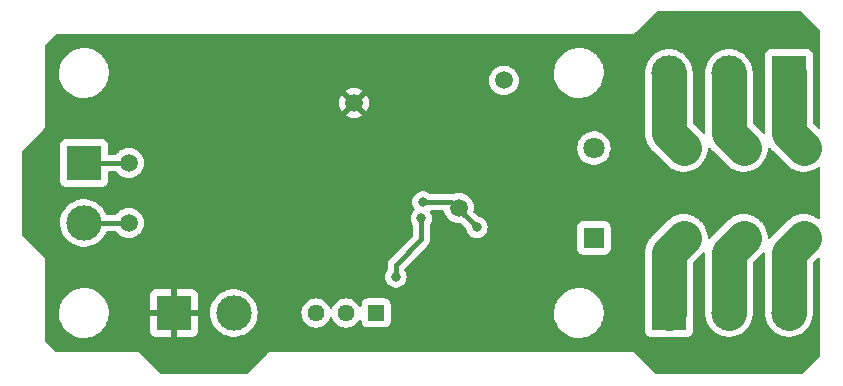
<source format=gbl>
G04 #@! TF.GenerationSoftware,KiCad,Pcbnew,6.0.9-8da3e8f707~116~ubuntu20.04.1*
G04 #@! TF.CreationDate,2023-03-26T17:56:32+00:00*
G04 #@! TF.ProjectId,LEC011001,4c454330-3131-4303-9031-2e6b69636164,rev?*
G04 #@! TF.SameCoordinates,Original*
G04 #@! TF.FileFunction,Copper,L2,Bot*
G04 #@! TF.FilePolarity,Positive*
%FSLAX46Y46*%
G04 Gerber Fmt 4.6, Leading zero omitted, Abs format (unit mm)*
G04 Created by KiCad (PCBNEW 6.0.9-8da3e8f707~116~ubuntu20.04.1) date 2023-03-26 17:56:32*
%MOMM*%
%LPD*%
G01*
G04 APERTURE LIST*
G04 #@! TA.AperFunction,ComponentPad*
%ADD10R,3.000000X3.000000*%
G04 #@! TD*
G04 #@! TA.AperFunction,ComponentPad*
%ADD11C,3.000000*%
G04 #@! TD*
G04 #@! TA.AperFunction,ComponentPad*
%ADD12C,1.800000*%
G04 #@! TD*
G04 #@! TA.AperFunction,ComponentPad*
%ADD13R,1.800000X1.800000*%
G04 #@! TD*
G04 #@! TA.AperFunction,ComponentPad*
%ADD14R,1.440000X1.440000*%
G04 #@! TD*
G04 #@! TA.AperFunction,ComponentPad*
%ADD15C,1.440000*%
G04 #@! TD*
G04 #@! TA.AperFunction,SMDPad,CuDef*
%ADD16C,1.500000*%
G04 #@! TD*
G04 #@! TA.AperFunction,ViaPad*
%ADD17C,0.800000*%
G04 #@! TD*
G04 #@! TA.AperFunction,Conductor*
%ADD18C,0.400000*%
G04 #@! TD*
G04 #@! TA.AperFunction,Conductor*
%ADD19C,3.000000*%
G04 #@! TD*
G04 APERTURE END LIST*
D10*
G04 #@! TO.P,J1,1,Pin_1*
G04 #@! TO.N,GND*
X91440000Y-53340000D03*
D11*
G04 #@! TO.P,J1,2,Pin_2*
G04 #@! TO.N,Net-(J1-Pad2)*
X96520000Y-53340000D03*
G04 #@! TD*
D10*
G04 #@! TO.P,J2,1,Pin_1*
G04 #@! TO.N,Net-(D1-Pad3)*
X83820000Y-40640000D03*
D11*
G04 #@! TO.P,J2,2,Pin_2*
G04 #@! TO.N,Net-(D1-Pad4)*
X83820000Y-45720000D03*
G04 #@! TD*
D10*
G04 #@! TO.P,J3,1,Pin_1*
G04 #@! TO.N,/T1*
X143510000Y-33020000D03*
D11*
G04 #@! TO.P,J3,2,Pin_2*
G04 #@! TO.N,/R1*
X138430000Y-33020000D03*
G04 #@! TO.P,J3,3,Pin_3*
G04 #@! TO.N,/C1*
X133350000Y-33020000D03*
G04 #@! TD*
D10*
G04 #@! TO.P,J4,1,Pin_1*
G04 #@! TO.N,/C2*
X133350000Y-53340000D03*
D11*
G04 #@! TO.P,J4,2,Pin_2*
G04 #@! TO.N,/R2*
X138430000Y-53340000D03*
G04 #@! TO.P,J4,3,Pin_3*
G04 #@! TO.N,/T2*
X143510000Y-53340000D03*
G04 #@! TD*
D12*
G04 #@! TO.P,K1,1*
G04 #@! TO.N,+5V*
X127000000Y-39370000D03*
G04 #@! TO.P,K1,4*
G04 #@! TO.N,/C1*
X134620000Y-39370000D03*
G04 #@! TO.P,K1,6*
G04 #@! TO.N,/R1*
X139700000Y-39370000D03*
G04 #@! TO.P,K1,8*
G04 #@! TO.N,/T1*
X144780000Y-39370000D03*
G04 #@! TO.P,K1,9*
G04 #@! TO.N,/T2*
X144780000Y-46990000D03*
G04 #@! TO.P,K1,11*
G04 #@! TO.N,/R2*
X139700000Y-46990000D03*
G04 #@! TO.P,K1,13*
G04 #@! TO.N,/C2*
X134620000Y-46990000D03*
D13*
G04 #@! TO.P,K1,16*
G04 #@! TO.N,Net-(D3-Pad2)*
X127000000Y-46990000D03*
G04 #@! TD*
D14*
G04 #@! TO.P,RV1,1,1*
G04 #@! TO.N,Net-(R2-Pad2)*
X108550000Y-53340000D03*
D15*
G04 #@! TO.P,RV1,2,2*
G04 #@! TO.N,Net-(C3-Pad1)*
X106010000Y-53340000D03*
G04 #@! TO.P,RV1,3,3*
X103470000Y-53340000D03*
G04 #@! TD*
D16*
G04 #@! TO.P,TP1,1,1*
G04 #@! TO.N,Net-(D1-Pad3)*
X87630000Y-40640000D03*
G04 #@! TD*
G04 #@! TO.P,TP2,1,1*
G04 #@! TO.N,Net-(D1-Pad4)*
X87630000Y-45720000D03*
G04 #@! TD*
G04 #@! TO.P,TP3,1,1*
G04 #@! TO.N,Net-(R3-Pad2)*
X115570000Y-44450000D03*
G04 #@! TD*
G04 #@! TO.P,TP4,1,1*
G04 #@! TO.N,+5V*
X119380000Y-33655000D03*
G04 #@! TD*
G04 #@! TO.P,TP5,1,1*
G04 #@! TO.N,GND*
X106680000Y-35560000D03*
G04 #@! TD*
G04 #@! TO.P,TP6,1,1*
G04 #@! TO.N,/R1*
X138430000Y-36195000D03*
G04 #@! TD*
G04 #@! TO.P,TP7,1,1*
G04 #@! TO.N,/C1*
X133350000Y-36195000D03*
G04 #@! TD*
G04 #@! TO.P,TP8,1,1*
G04 #@! TO.N,/T1*
X143510000Y-36195000D03*
G04 #@! TD*
G04 #@! TO.P,TP9,1,1*
G04 #@! TO.N,/R2*
X138430000Y-50165000D03*
G04 #@! TD*
G04 #@! TO.P,TP10,1,1*
G04 #@! TO.N,/C2*
X133350000Y-50165000D03*
G04 #@! TD*
G04 #@! TO.P,TP11,1,1*
G04 #@! TO.N,/T2*
X143510000Y-50165000D03*
G04 #@! TD*
D17*
G04 #@! TO.N,GND*
X93980000Y-30480000D03*
X93980000Y-53340000D03*
X99060000Y-30480000D03*
X101600000Y-30480000D03*
X101600000Y-35560000D03*
X101600000Y-33020000D03*
X96520000Y-38100000D03*
X116840000Y-38100000D03*
X104140000Y-33020000D03*
X106680000Y-30480000D03*
X99060000Y-48260000D03*
X104140000Y-30480000D03*
X88900000Y-30480000D03*
X101600000Y-43180000D03*
X96520000Y-48260000D03*
X119380000Y-30480000D03*
X93980000Y-45720000D03*
X113030000Y-40640000D03*
X119380000Y-48260000D03*
X101600000Y-48260000D03*
X114300000Y-49530000D03*
X114300000Y-30480000D03*
X104140000Y-43180000D03*
X116840000Y-48260000D03*
X114300000Y-38100000D03*
X96520000Y-50800000D03*
X109220000Y-30480000D03*
X96520000Y-40640000D03*
X91440000Y-43180000D03*
X93980000Y-43180000D03*
X104140000Y-35560000D03*
X96520000Y-43180000D03*
G04 #@! TO.N,+5V*
X119380000Y-33655000D03*
G04 #@! TO.N,Net-(J1-Pad2)*
X110236000Y-50292000D03*
X112395000Y-45339000D03*
G04 #@! TO.N,Net-(R3-Pad2)*
X112522000Y-43942000D03*
X117094000Y-46101000D03*
G04 #@! TD*
D18*
G04 #@! TO.N,Net-(D1-Pad4)*
X87630000Y-45720000D02*
X83820000Y-45720000D01*
G04 #@! TO.N,Net-(D1-Pad3)*
X87630000Y-40640000D02*
X83820000Y-40640000D01*
G04 #@! TO.N,Net-(J1-Pad2)*
X110236000Y-50292000D02*
X110236000Y-49276000D01*
X112395000Y-47117000D02*
X112395000Y-45339000D01*
X110236000Y-49276000D02*
X112395000Y-47117000D01*
D19*
G04 #@! TO.N,/C1*
X133350000Y-33020000D02*
X133350000Y-38100000D01*
X133350000Y-38100000D02*
X134620000Y-39370000D01*
G04 #@! TO.N,/R1*
X138430000Y-38100000D02*
X139700000Y-39370000D01*
X138430000Y-33020000D02*
X138430000Y-38100000D01*
G04 #@! TO.N,/T1*
X143510000Y-33020000D02*
X143510000Y-38100000D01*
X143510000Y-38100000D02*
X144780000Y-39370000D01*
G04 #@! TO.N,/T2*
X143510000Y-48260000D02*
X144780000Y-46990000D01*
X143510000Y-53340000D02*
X143510000Y-48260000D01*
G04 #@! TO.N,/R2*
X138430000Y-48260000D02*
X139700000Y-46990000D01*
X138430000Y-53340000D02*
X138430000Y-48260000D01*
G04 #@! TO.N,/C2*
X133350000Y-53340000D02*
X133350000Y-48260000D01*
X133350000Y-48260000D02*
X134620000Y-46990000D01*
D18*
G04 #@! TO.N,Net-(R3-Pad2)*
X114935000Y-43942000D02*
X117094000Y-46101000D01*
X112522000Y-43942000D02*
X114935000Y-43942000D01*
G04 #@! TD*
G04 #@! TA.AperFunction,Conductor*
G04 #@! TO.N,GND*
G36*
X144585304Y-27833502D02*
G01*
X144606278Y-27850405D01*
X146139595Y-29383723D01*
X146173621Y-29446035D01*
X146176500Y-29472818D01*
X146176500Y-37621862D01*
X146156498Y-37689983D01*
X146102842Y-37736476D01*
X146032568Y-37746580D01*
X145967988Y-37717086D01*
X145961405Y-37710957D01*
X145555405Y-37304957D01*
X145521379Y-37242645D01*
X145518500Y-37215862D01*
X145518500Y-31471866D01*
X145511745Y-31409684D01*
X145460615Y-31273295D01*
X145373261Y-31156739D01*
X145256705Y-31069385D01*
X145120316Y-31018255D01*
X145058134Y-31011500D01*
X143621867Y-31011500D01*
X143608697Y-31010810D01*
X143584636Y-31008281D01*
X143584633Y-31008281D01*
X143580267Y-31007822D01*
X143575879Y-31007975D01*
X143575873Y-31007975D01*
X143477146Y-31011423D01*
X143472749Y-31011500D01*
X141961866Y-31011500D01*
X141899684Y-31018255D01*
X141763295Y-31069385D01*
X141646739Y-31156739D01*
X141559385Y-31273295D01*
X141508255Y-31409684D01*
X141501500Y-31471866D01*
X141501500Y-38044105D01*
X141501328Y-38050687D01*
X141501227Y-38052607D01*
X141501200Y-38053130D01*
X141477654Y-38120108D01*
X141421634Y-38163724D01*
X141350927Y-38170130D01*
X141287982Y-38137291D01*
X141274745Y-38122353D01*
X141222188Y-38052607D01*
X141222186Y-38052605D01*
X141219536Y-38049088D01*
X140475405Y-37304957D01*
X140441379Y-37242645D01*
X140438500Y-37215862D01*
X140438500Y-33115403D01*
X140438999Y-33104202D01*
X140442531Y-33064627D01*
X140442531Y-33064625D01*
X140442751Y-33062161D01*
X140443193Y-33020000D01*
X140438577Y-32952285D01*
X140438500Y-32950796D01*
X140438500Y-32949854D01*
X140434953Y-32899129D01*
X140424567Y-32746778D01*
X140424283Y-32745405D01*
X140424262Y-32745202D01*
X140424119Y-32744181D01*
X140423811Y-32739788D01*
X140422897Y-32735489D01*
X140422895Y-32735473D01*
X140396966Y-32613490D01*
X140396830Y-32612844D01*
X140395360Y-32605743D01*
X140369032Y-32478612D01*
X140367747Y-32474983D01*
X140366576Y-32470214D01*
X140366325Y-32469337D01*
X140365409Y-32465030D01*
X140340598Y-32396860D01*
X140321776Y-32345148D01*
X140321404Y-32344114D01*
X140279046Y-32224500D01*
X140279045Y-32224499D01*
X140277617Y-32220465D01*
X140275654Y-32216662D01*
X140273945Y-32212713D01*
X140274121Y-32212637D01*
X140272481Y-32208894D01*
X140270848Y-32205225D01*
X140269337Y-32201074D01*
X140210695Y-32090785D01*
X140209980Y-32089421D01*
X140153976Y-31980915D01*
X140153975Y-31980914D01*
X140152013Y-31977112D01*
X140149283Y-31973228D01*
X140141113Y-31959921D01*
X140139531Y-31956945D01*
X140139530Y-31956943D01*
X140137464Y-31953058D01*
X140101487Y-31903539D01*
X140065892Y-31854547D01*
X140064741Y-31852937D01*
X140053224Y-31836550D01*
X139994545Y-31753057D01*
X139988757Y-31746828D01*
X139979130Y-31735128D01*
X139974949Y-31729374D01*
X139974948Y-31729373D01*
X139972358Y-31725808D01*
X139969300Y-31722641D01*
X139890106Y-31640633D01*
X139888443Y-31638877D01*
X139811046Y-31555588D01*
X139811043Y-31555585D01*
X139808125Y-31552445D01*
X139798645Y-31544685D01*
X139787825Y-31534717D01*
X139780300Y-31526925D01*
X139780293Y-31526918D01*
X139777231Y-31523748D01*
X139715199Y-31475283D01*
X139686725Y-31453037D01*
X139684492Y-31451252D01*
X139623316Y-31401180D01*
X139596205Y-31378990D01*
X139592545Y-31376747D01*
X139592542Y-31376745D01*
X139582558Y-31370626D01*
X139570832Y-31362492D01*
X139555882Y-31350812D01*
X139459473Y-31295150D01*
X139456639Y-31293464D01*
X139453306Y-31291422D01*
X139362704Y-31235901D01*
X139344630Y-31227967D01*
X139332276Y-31221713D01*
X139316439Y-31212569D01*
X139316434Y-31212566D01*
X139312619Y-31210364D01*
X139308535Y-31208714D01*
X139308529Y-31208711D01*
X139239482Y-31180815D01*
X139212722Y-31170003D01*
X139209288Y-31168556D01*
X139182369Y-31156739D01*
X139111945Y-31125825D01*
X139107824Y-31124651D01*
X139107821Y-31124650D01*
X139089359Y-31119391D01*
X139076680Y-31115038D01*
X139052176Y-31105138D01*
X139047903Y-31104073D01*
X139047898Y-31104071D01*
X138951141Y-31079947D01*
X138947104Y-31078869D01*
X138852694Y-31051976D01*
X138852696Y-31051976D01*
X138848566Y-31050800D01*
X138821611Y-31046964D01*
X138808882Y-31044478D01*
X138779624Y-31037183D01*
X138755428Y-31034640D01*
X138679692Y-31026680D01*
X138675108Y-31026113D01*
X138581694Y-31012818D01*
X138577443Y-31012213D01*
X138546465Y-31012051D01*
X138533962Y-31011363D01*
X138510581Y-31008906D01*
X138504635Y-31008281D01*
X138504634Y-31008281D01*
X138500267Y-31007822D01*
X138495880Y-31007975D01*
X138495873Y-31007975D01*
X138436458Y-31010051D01*
X138403482Y-31011202D01*
X138398450Y-31011277D01*
X138303591Y-31010780D01*
X138299333Y-31011341D01*
X138299327Y-31011341D01*
X138269165Y-31015312D01*
X138257116Y-31016313D01*
X138223940Y-31017471D01*
X138223933Y-31017472D01*
X138219542Y-31017625D01*
X138127779Y-31033805D01*
X138122351Y-31034640D01*
X138032078Y-31046525D01*
X137994965Y-31056678D01*
X137983611Y-31059226D01*
X137968435Y-31061902D01*
X137947250Y-31065637D01*
X137947246Y-31065638D01*
X137942913Y-31066402D01*
X137857766Y-31094068D01*
X137852152Y-31095747D01*
X137767928Y-31118788D01*
X137763977Y-31120473D01*
X137763975Y-31120474D01*
X137729104Y-31135348D01*
X137718611Y-31139282D01*
X137675765Y-31153203D01*
X137598610Y-31190834D01*
X137592854Y-31193463D01*
X137516030Y-31226232D01*
X137476585Y-31249839D01*
X137467129Y-31254962D01*
X137429541Y-31273295D01*
X137423298Y-31276340D01*
X137419649Y-31278801D01*
X137419646Y-31278803D01*
X137355218Y-31322259D01*
X137349468Y-31325916D01*
X137281043Y-31366868D01*
X137277698Y-31369548D01*
X137277695Y-31369550D01*
X137265912Y-31378990D01*
X137250202Y-31391577D01*
X137242252Y-31397946D01*
X137233939Y-31404064D01*
X137190424Y-31433415D01*
X137187155Y-31436358D01*
X137187153Y-31436360D01*
X137132131Y-31485902D01*
X137126605Y-31490596D01*
X137067318Y-31538094D01*
X137064361Y-31541211D01*
X137064360Y-31541211D01*
X137030522Y-31576869D01*
X137023435Y-31583772D01*
X136984947Y-31618427D01*
X136984943Y-31618431D01*
X136981678Y-31621371D01*
X136978857Y-31624733D01*
X136978854Y-31624736D01*
X136933643Y-31678616D01*
X136928520Y-31684356D01*
X136878808Y-31736742D01*
X136845414Y-31783215D01*
X136839646Y-31790639D01*
X136801121Y-31836550D01*
X136798792Y-31840278D01*
X136798790Y-31840280D01*
X136763483Y-31896783D01*
X136758952Y-31903539D01*
X136719002Y-31959136D01*
X136716999Y-31962918D01*
X136716994Y-31962927D01*
X136690477Y-32013009D01*
X136685978Y-32020818D01*
X136652269Y-32074764D01*
X136645450Y-32090080D01*
X136624886Y-32136269D01*
X136621136Y-32143975D01*
X136590857Y-32201161D01*
X136589383Y-32205188D01*
X136589382Y-32205191D01*
X136568622Y-32261920D01*
X136565406Y-32269861D01*
X136538018Y-32331375D01*
X136520586Y-32392172D01*
X136520484Y-32392526D01*
X136517695Y-32401083D01*
X136496743Y-32458337D01*
X136495831Y-32462521D01*
X136495829Y-32462527D01*
X136482157Y-32525235D01*
X136480169Y-32533119D01*
X136460593Y-32601390D01*
X136459982Y-32605740D01*
X136459981Y-32605743D01*
X136452256Y-32660711D01*
X136450590Y-32670016D01*
X136438404Y-32725907D01*
X136436444Y-32750818D01*
X136432738Y-32797904D01*
X136431900Y-32805554D01*
X136421500Y-32879552D01*
X136421500Y-32935731D01*
X136421112Y-32945617D01*
X136416917Y-32998918D01*
X136417164Y-33003198D01*
X136421291Y-33074773D01*
X136421500Y-33082026D01*
X136421500Y-38044105D01*
X136421328Y-38050687D01*
X136421227Y-38052607D01*
X136421200Y-38053130D01*
X136397654Y-38120108D01*
X136341634Y-38163724D01*
X136270927Y-38170130D01*
X136207982Y-38137291D01*
X136194745Y-38122353D01*
X136142188Y-38052607D01*
X136142186Y-38052605D01*
X136139536Y-38049088D01*
X135395405Y-37304957D01*
X135361379Y-37242645D01*
X135358500Y-37215862D01*
X135358500Y-33115403D01*
X135358999Y-33104202D01*
X135362531Y-33064627D01*
X135362531Y-33064625D01*
X135362751Y-33062161D01*
X135363193Y-33020000D01*
X135358577Y-32952285D01*
X135358500Y-32950796D01*
X135358500Y-32949854D01*
X135354953Y-32899129D01*
X135344567Y-32746778D01*
X135344283Y-32745405D01*
X135344262Y-32745202D01*
X135344119Y-32744181D01*
X135343811Y-32739788D01*
X135342897Y-32735489D01*
X135342895Y-32735473D01*
X135316966Y-32613490D01*
X135316830Y-32612844D01*
X135315360Y-32605743D01*
X135289032Y-32478612D01*
X135287747Y-32474983D01*
X135286576Y-32470214D01*
X135286325Y-32469337D01*
X135285409Y-32465030D01*
X135260598Y-32396860D01*
X135241776Y-32345148D01*
X135241404Y-32344114D01*
X135199046Y-32224500D01*
X135199045Y-32224499D01*
X135197617Y-32220465D01*
X135195654Y-32216662D01*
X135193945Y-32212713D01*
X135194121Y-32212637D01*
X135192481Y-32208894D01*
X135190848Y-32205225D01*
X135189337Y-32201074D01*
X135130695Y-32090785D01*
X135129980Y-32089421D01*
X135073976Y-31980915D01*
X135073975Y-31980914D01*
X135072013Y-31977112D01*
X135069283Y-31973228D01*
X135061113Y-31959921D01*
X135059531Y-31956945D01*
X135059530Y-31956943D01*
X135057464Y-31953058D01*
X135021487Y-31903539D01*
X134985892Y-31854547D01*
X134984741Y-31852937D01*
X134973224Y-31836550D01*
X134914545Y-31753057D01*
X134908757Y-31746828D01*
X134899130Y-31735128D01*
X134894949Y-31729374D01*
X134894948Y-31729373D01*
X134892358Y-31725808D01*
X134889300Y-31722641D01*
X134810106Y-31640633D01*
X134808443Y-31638877D01*
X134731046Y-31555588D01*
X134731043Y-31555585D01*
X134728125Y-31552445D01*
X134718645Y-31544685D01*
X134707825Y-31534717D01*
X134700300Y-31526925D01*
X134700293Y-31526918D01*
X134697231Y-31523748D01*
X134635199Y-31475283D01*
X134606725Y-31453037D01*
X134604492Y-31451252D01*
X134543316Y-31401180D01*
X134516205Y-31378990D01*
X134512545Y-31376747D01*
X134512542Y-31376745D01*
X134502558Y-31370626D01*
X134490832Y-31362492D01*
X134475882Y-31350812D01*
X134379473Y-31295150D01*
X134376639Y-31293464D01*
X134373306Y-31291422D01*
X134282704Y-31235901D01*
X134264630Y-31227967D01*
X134252276Y-31221713D01*
X134236439Y-31212569D01*
X134236434Y-31212566D01*
X134232619Y-31210364D01*
X134228535Y-31208714D01*
X134228529Y-31208711D01*
X134159482Y-31180815D01*
X134132722Y-31170003D01*
X134129288Y-31168556D01*
X134102369Y-31156739D01*
X134031945Y-31125825D01*
X134027824Y-31124651D01*
X134027821Y-31124650D01*
X134009359Y-31119391D01*
X133996680Y-31115038D01*
X133972176Y-31105138D01*
X133967903Y-31104073D01*
X133967898Y-31104071D01*
X133871141Y-31079947D01*
X133867104Y-31078869D01*
X133772694Y-31051976D01*
X133772696Y-31051976D01*
X133768566Y-31050800D01*
X133741611Y-31046964D01*
X133728882Y-31044478D01*
X133699624Y-31037183D01*
X133675428Y-31034640D01*
X133599692Y-31026680D01*
X133595108Y-31026113D01*
X133501694Y-31012818D01*
X133497443Y-31012213D01*
X133466465Y-31012051D01*
X133453962Y-31011363D01*
X133430581Y-31008906D01*
X133424635Y-31008281D01*
X133424634Y-31008281D01*
X133420267Y-31007822D01*
X133415880Y-31007975D01*
X133415873Y-31007975D01*
X133356458Y-31010051D01*
X133323482Y-31011202D01*
X133318450Y-31011277D01*
X133223591Y-31010780D01*
X133219333Y-31011341D01*
X133219327Y-31011341D01*
X133189165Y-31015312D01*
X133177116Y-31016313D01*
X133143940Y-31017471D01*
X133143933Y-31017472D01*
X133139542Y-31017625D01*
X133047779Y-31033805D01*
X133042351Y-31034640D01*
X132952078Y-31046525D01*
X132914965Y-31056678D01*
X132903611Y-31059226D01*
X132888435Y-31061902D01*
X132867250Y-31065637D01*
X132867246Y-31065638D01*
X132862913Y-31066402D01*
X132777766Y-31094068D01*
X132772152Y-31095747D01*
X132687928Y-31118788D01*
X132683977Y-31120473D01*
X132683975Y-31120474D01*
X132649104Y-31135348D01*
X132638611Y-31139282D01*
X132595765Y-31153203D01*
X132518610Y-31190834D01*
X132512854Y-31193463D01*
X132436030Y-31226232D01*
X132396585Y-31249839D01*
X132387129Y-31254962D01*
X132349541Y-31273295D01*
X132343298Y-31276340D01*
X132339649Y-31278801D01*
X132339646Y-31278803D01*
X132275218Y-31322259D01*
X132269468Y-31325916D01*
X132201043Y-31366868D01*
X132197698Y-31369548D01*
X132197695Y-31369550D01*
X132185912Y-31378990D01*
X132170202Y-31391577D01*
X132162252Y-31397946D01*
X132153939Y-31404064D01*
X132110424Y-31433415D01*
X132107155Y-31436358D01*
X132107153Y-31436360D01*
X132052131Y-31485902D01*
X132046605Y-31490596D01*
X131987318Y-31538094D01*
X131984361Y-31541211D01*
X131984360Y-31541211D01*
X131950522Y-31576869D01*
X131943435Y-31583772D01*
X131904947Y-31618427D01*
X131904943Y-31618431D01*
X131901678Y-31621371D01*
X131898857Y-31624733D01*
X131898854Y-31624736D01*
X131853643Y-31678616D01*
X131848520Y-31684356D01*
X131798808Y-31736742D01*
X131765414Y-31783215D01*
X131759646Y-31790639D01*
X131721121Y-31836550D01*
X131718792Y-31840278D01*
X131718790Y-31840280D01*
X131683483Y-31896783D01*
X131678952Y-31903539D01*
X131639002Y-31959136D01*
X131636999Y-31962918D01*
X131636994Y-31962927D01*
X131610477Y-32013009D01*
X131605978Y-32020818D01*
X131572269Y-32074764D01*
X131565450Y-32090080D01*
X131544886Y-32136269D01*
X131541136Y-32143975D01*
X131510857Y-32201161D01*
X131509383Y-32205188D01*
X131509382Y-32205191D01*
X131488622Y-32261920D01*
X131485406Y-32269861D01*
X131458018Y-32331375D01*
X131440586Y-32392172D01*
X131440484Y-32392526D01*
X131437695Y-32401083D01*
X131416743Y-32458337D01*
X131415831Y-32462521D01*
X131415829Y-32462527D01*
X131402157Y-32525235D01*
X131400169Y-32533119D01*
X131380593Y-32601390D01*
X131379982Y-32605740D01*
X131379981Y-32605743D01*
X131372256Y-32660711D01*
X131370590Y-32670016D01*
X131358404Y-32725907D01*
X131356444Y-32750818D01*
X131352738Y-32797904D01*
X131351900Y-32805554D01*
X131341500Y-32879552D01*
X131341500Y-32935731D01*
X131341112Y-32945617D01*
X131336917Y-32998918D01*
X131337164Y-33003198D01*
X131341291Y-33074773D01*
X131341500Y-33082026D01*
X131341500Y-38044105D01*
X131341327Y-38050699D01*
X131337690Y-38120108D01*
X131336902Y-38135138D01*
X131337285Y-38139515D01*
X131337285Y-38139519D01*
X131347521Y-38256514D01*
X131347693Y-38258707D01*
X131353123Y-38336358D01*
X131356189Y-38380212D01*
X131357102Y-38384507D01*
X131358246Y-38389887D01*
X131360519Y-38405100D01*
X131360998Y-38410575D01*
X131361000Y-38410588D01*
X131361383Y-38414966D01*
X131362371Y-38419245D01*
X131362372Y-38419252D01*
X131388793Y-38533695D01*
X131389268Y-38535840D01*
X131411700Y-38641369D01*
X131414591Y-38654970D01*
X131416095Y-38659102D01*
X131417978Y-38664275D01*
X131422345Y-38679019D01*
X131424572Y-38688663D01*
X131426150Y-38692775D01*
X131426151Y-38692777D01*
X131468220Y-38802371D01*
X131468990Y-38804431D01*
X131509154Y-38914782D01*
X131509158Y-38914791D01*
X131510663Y-38918926D01*
X131512730Y-38922813D01*
X131515308Y-38927662D01*
X131521683Y-38941652D01*
X131523654Y-38946786D01*
X131523659Y-38946798D01*
X131525235Y-38950902D01*
X131584336Y-39057521D01*
X131585348Y-39059388D01*
X131640470Y-39163058D01*
X131640476Y-39163067D01*
X131642536Y-39166942D01*
X131645121Y-39170499D01*
X131645124Y-39170505D01*
X131648355Y-39174953D01*
X131656620Y-39187926D01*
X131661417Y-39196579D01*
X131734701Y-39293831D01*
X131736009Y-39295598D01*
X131787629Y-39366646D01*
X131807642Y-39394192D01*
X131813398Y-39400153D01*
X131814525Y-39401320D01*
X131824510Y-39413012D01*
X131827812Y-39417393D01*
X131830464Y-39420912D01*
X131916540Y-39506988D01*
X131918082Y-39508556D01*
X132002769Y-39596252D01*
X132010530Y-39602315D01*
X132010578Y-39602353D01*
X132022100Y-39612548D01*
X133249377Y-40839825D01*
X133308000Y-40890785D01*
X133404980Y-40975090D01*
X133404987Y-40975095D01*
X133408302Y-40977977D01*
X133411993Y-40980374D01*
X133640195Y-41128570D01*
X133640199Y-41128572D01*
X133643882Y-41130964D01*
X133647863Y-41132821D01*
X133647866Y-41132822D01*
X133718322Y-41165676D01*
X133898460Y-41249676D01*
X133902660Y-41250960D01*
X133902665Y-41250962D01*
X134032771Y-41290738D01*
X134167082Y-41331801D01*
X134444520Y-41375744D01*
X134448920Y-41375821D01*
X134448922Y-41375821D01*
X134538428Y-41377383D01*
X134725374Y-41380646D01*
X134729730Y-41380111D01*
X134729733Y-41380111D01*
X134999812Y-41346949D01*
X134999816Y-41346948D01*
X135004175Y-41346413D01*
X135175299Y-41300561D01*
X135271261Y-41274848D01*
X135271263Y-41274847D01*
X135275500Y-41273712D01*
X135534067Y-41163957D01*
X135537834Y-41161694D01*
X135537841Y-41161690D01*
X135695822Y-41066765D01*
X135774842Y-41019285D01*
X135778258Y-41016519D01*
X135778262Y-41016516D01*
X135989715Y-40845283D01*
X135989716Y-40845282D01*
X135993138Y-40842511D01*
X135997091Y-40838273D01*
X136176878Y-40645475D01*
X136184709Y-40637077D01*
X136345825Y-40406980D01*
X136473349Y-40156700D01*
X136564799Y-39891108D01*
X136584919Y-39787600D01*
X136617558Y-39619691D01*
X136617559Y-39619684D01*
X136618397Y-39615372D01*
X136626913Y-39452880D01*
X136628702Y-39418746D01*
X136652242Y-39351766D01*
X136708257Y-39308145D01*
X136778964Y-39301733D01*
X136841912Y-39334566D01*
X136856461Y-39351275D01*
X136887642Y-39394192D01*
X136893398Y-39400153D01*
X136894525Y-39401320D01*
X136904510Y-39413012D01*
X136907812Y-39417393D01*
X136910464Y-39420912D01*
X136996540Y-39506988D01*
X136998082Y-39508556D01*
X137082769Y-39596252D01*
X137090530Y-39602315D01*
X137090578Y-39602353D01*
X137102100Y-39612548D01*
X138329377Y-40839825D01*
X138388000Y-40890785D01*
X138484980Y-40975090D01*
X138484987Y-40975095D01*
X138488302Y-40977977D01*
X138491993Y-40980374D01*
X138720195Y-41128570D01*
X138720199Y-41128572D01*
X138723882Y-41130964D01*
X138727863Y-41132821D01*
X138727866Y-41132822D01*
X138798322Y-41165676D01*
X138978460Y-41249676D01*
X138982660Y-41250960D01*
X138982665Y-41250962D01*
X139112771Y-41290738D01*
X139247082Y-41331801D01*
X139524520Y-41375744D01*
X139528920Y-41375821D01*
X139528922Y-41375821D01*
X139618428Y-41377383D01*
X139805374Y-41380646D01*
X139809730Y-41380111D01*
X139809733Y-41380111D01*
X140079812Y-41346949D01*
X140079816Y-41346948D01*
X140084175Y-41346413D01*
X140255299Y-41300561D01*
X140351261Y-41274848D01*
X140351263Y-41274847D01*
X140355500Y-41273712D01*
X140614067Y-41163957D01*
X140617834Y-41161694D01*
X140617841Y-41161690D01*
X140775822Y-41066765D01*
X140854842Y-41019285D01*
X140858258Y-41016519D01*
X140858262Y-41016516D01*
X141069715Y-40845283D01*
X141069716Y-40845282D01*
X141073138Y-40842511D01*
X141077091Y-40838273D01*
X141256878Y-40645475D01*
X141264709Y-40637077D01*
X141425825Y-40406980D01*
X141553349Y-40156700D01*
X141644799Y-39891108D01*
X141664919Y-39787600D01*
X141697558Y-39619691D01*
X141697559Y-39619684D01*
X141698397Y-39615372D01*
X141706913Y-39452880D01*
X141708702Y-39418746D01*
X141732242Y-39351766D01*
X141788257Y-39308145D01*
X141858964Y-39301733D01*
X141921912Y-39334566D01*
X141936461Y-39351275D01*
X141967642Y-39394192D01*
X141973398Y-39400153D01*
X141974525Y-39401320D01*
X141984510Y-39413012D01*
X141987812Y-39417393D01*
X141990464Y-39420912D01*
X142076540Y-39506988D01*
X142078082Y-39508556D01*
X142162769Y-39596252D01*
X142170530Y-39602315D01*
X142170578Y-39602353D01*
X142182100Y-39612548D01*
X143409377Y-40839825D01*
X143468000Y-40890785D01*
X143564980Y-40975090D01*
X143564987Y-40975095D01*
X143568302Y-40977977D01*
X143571993Y-40980374D01*
X143800195Y-41128570D01*
X143800199Y-41128572D01*
X143803882Y-41130964D01*
X143807863Y-41132821D01*
X143807866Y-41132822D01*
X143878322Y-41165676D01*
X144058460Y-41249676D01*
X144062660Y-41250960D01*
X144062665Y-41250962D01*
X144192771Y-41290738D01*
X144327082Y-41331801D01*
X144604520Y-41375744D01*
X144608920Y-41375821D01*
X144608922Y-41375821D01*
X144698428Y-41377383D01*
X144885374Y-41380646D01*
X144889730Y-41380111D01*
X144889733Y-41380111D01*
X145159812Y-41346949D01*
X145159816Y-41346948D01*
X145164175Y-41346413D01*
X145335299Y-41300561D01*
X145431261Y-41274848D01*
X145431263Y-41274847D01*
X145435500Y-41273712D01*
X145694067Y-41163957D01*
X145697834Y-41161694D01*
X145697841Y-41161690D01*
X145855822Y-41066765D01*
X145934842Y-41019285D01*
X145971205Y-40989838D01*
X146036733Y-40962513D01*
X146106632Y-40974953D01*
X146158709Y-41023208D01*
X146176500Y-41087759D01*
X146176500Y-45273870D01*
X146156498Y-45341991D01*
X146102842Y-45388484D01*
X146032568Y-45398588D01*
X145978229Y-45377083D01*
X145820579Y-45266695D01*
X145820578Y-45266695D01*
X145816980Y-45264175D01*
X145566700Y-45136651D01*
X145301108Y-45045201D01*
X145248720Y-45035018D01*
X145029691Y-44992442D01*
X145029684Y-44992441D01*
X145025372Y-44991603D01*
X144893753Y-44984705D01*
X144749259Y-44977132D01*
X144749253Y-44977132D01*
X144744862Y-44976902D01*
X144740485Y-44977285D01*
X144740481Y-44977285D01*
X144623510Y-44987519D01*
X144465034Y-45001383D01*
X144460755Y-45002371D01*
X144460748Y-45002372D01*
X144195619Y-45063583D01*
X144195614Y-45063585D01*
X144191337Y-45064572D01*
X143977870Y-45146513D01*
X143971205Y-45149072D01*
X143929098Y-45165235D01*
X143810755Y-45230834D01*
X143698182Y-45293235D01*
X143683421Y-45301417D01*
X143679914Y-45304060D01*
X143679912Y-45304061D01*
X143512551Y-45430177D01*
X143459088Y-45470464D01*
X142129317Y-46800235D01*
X142124533Y-46804776D01*
X142061678Y-46861371D01*
X141988316Y-46948800D01*
X141983376Y-46954687D01*
X141981965Y-46956339D01*
X141931188Y-47014753D01*
X141930926Y-47015054D01*
X141871139Y-47053343D01*
X141800143Y-47053231D01*
X141740477Y-47014753D01*
X141711086Y-46950126D01*
X141709851Y-46930193D01*
X141710569Y-46889018D01*
X141710646Y-46884626D01*
X141707430Y-46858434D01*
X141676949Y-46610188D01*
X141676948Y-46610184D01*
X141676413Y-46605825D01*
X141603712Y-46334500D01*
X141493957Y-46075933D01*
X141491694Y-46072166D01*
X141491690Y-46072159D01*
X141382011Y-45889623D01*
X141349285Y-45835158D01*
X141275504Y-45744046D01*
X141175283Y-45620285D01*
X141175282Y-45620284D01*
X141172511Y-45616862D01*
X141169292Y-45613860D01*
X141169288Y-45613856D01*
X141012675Y-45467812D01*
X140967077Y-45425291D01*
X140736980Y-45264175D01*
X140486700Y-45136651D01*
X140221108Y-45045201D01*
X140168720Y-45035018D01*
X139949691Y-44992442D01*
X139949684Y-44992441D01*
X139945372Y-44991603D01*
X139813753Y-44984705D01*
X139669259Y-44977132D01*
X139669253Y-44977132D01*
X139664862Y-44976902D01*
X139660485Y-44977285D01*
X139660481Y-44977285D01*
X139543510Y-44987519D01*
X139385034Y-45001383D01*
X139380755Y-45002371D01*
X139380748Y-45002372D01*
X139115619Y-45063583D01*
X139115614Y-45063585D01*
X139111337Y-45064572D01*
X138897870Y-45146513D01*
X138891205Y-45149072D01*
X138849098Y-45165235D01*
X138730755Y-45230834D01*
X138618182Y-45293235D01*
X138603421Y-45301417D01*
X138599914Y-45304060D01*
X138599912Y-45304061D01*
X138432551Y-45430177D01*
X138379088Y-45470464D01*
X137049317Y-46800235D01*
X137044533Y-46804776D01*
X136981678Y-46861371D01*
X136908316Y-46948800D01*
X136903376Y-46954687D01*
X136901965Y-46956339D01*
X136851188Y-47014753D01*
X136850926Y-47015054D01*
X136791139Y-47053343D01*
X136720143Y-47053231D01*
X136660477Y-47014753D01*
X136631086Y-46950126D01*
X136629851Y-46930193D01*
X136630569Y-46889018D01*
X136630646Y-46884626D01*
X136627430Y-46858434D01*
X136596949Y-46610188D01*
X136596948Y-46610184D01*
X136596413Y-46605825D01*
X136523712Y-46334500D01*
X136413957Y-46075933D01*
X136411694Y-46072166D01*
X136411690Y-46072159D01*
X136302011Y-45889623D01*
X136269285Y-45835158D01*
X136195504Y-45744046D01*
X136095283Y-45620285D01*
X136095282Y-45620284D01*
X136092511Y-45616862D01*
X136089292Y-45613860D01*
X136089288Y-45613856D01*
X135932675Y-45467812D01*
X135887077Y-45425291D01*
X135656980Y-45264175D01*
X135406700Y-45136651D01*
X135141108Y-45045201D01*
X135088720Y-45035018D01*
X134869691Y-44992442D01*
X134869684Y-44992441D01*
X134865372Y-44991603D01*
X134733753Y-44984705D01*
X134589259Y-44977132D01*
X134589253Y-44977132D01*
X134584862Y-44976902D01*
X134580485Y-44977285D01*
X134580481Y-44977285D01*
X134463510Y-44987519D01*
X134305034Y-45001383D01*
X134300755Y-45002371D01*
X134300748Y-45002372D01*
X134035619Y-45063583D01*
X134035614Y-45063585D01*
X134031337Y-45064572D01*
X133817870Y-45146513D01*
X133811205Y-45149072D01*
X133769098Y-45165235D01*
X133650755Y-45230834D01*
X133538182Y-45293235D01*
X133523421Y-45301417D01*
X133519914Y-45304060D01*
X133519912Y-45304061D01*
X133352551Y-45430177D01*
X133299088Y-45470464D01*
X131969317Y-46800235D01*
X131964533Y-46804776D01*
X131901678Y-46861371D01*
X131828316Y-46948800D01*
X131823376Y-46954687D01*
X131821965Y-46956339D01*
X131742023Y-47048303D01*
X131739629Y-47051989D01*
X131739624Y-47051996D01*
X131736632Y-47056603D01*
X131727488Y-47068961D01*
X131723953Y-47073174D01*
X131723948Y-47073181D01*
X131721121Y-47076550D01*
X131697927Y-47113669D01*
X131656580Y-47179838D01*
X131655399Y-47181693D01*
X131589036Y-47283882D01*
X131587173Y-47287876D01*
X131587173Y-47287877D01*
X131584850Y-47292857D01*
X131577518Y-47306363D01*
X131572269Y-47314764D01*
X131570483Y-47318776D01*
X131570479Y-47318783D01*
X131522729Y-47426032D01*
X131521817Y-47428033D01*
X131490124Y-47496000D01*
X131470324Y-47538460D01*
X131469039Y-47542662D01*
X131469039Y-47542663D01*
X131467430Y-47547927D01*
X131462042Y-47562337D01*
X131458018Y-47571375D01*
X131441770Y-47628041D01*
X131424435Y-47688495D01*
X131423817Y-47690583D01*
X131388199Y-47807083D01*
X131386650Y-47816865D01*
X131383320Y-47831879D01*
X131380593Y-47841390D01*
X131379981Y-47845743D01*
X131379980Y-47845749D01*
X131363646Y-47961978D01*
X131363321Y-47964154D01*
X131344256Y-48084520D01*
X131344179Y-48088916D01*
X131344179Y-48088920D01*
X131344083Y-48094430D01*
X131342876Y-48109760D01*
X131341500Y-48119552D01*
X131341500Y-48241312D01*
X131341481Y-48243510D01*
X131339354Y-48365374D01*
X131339889Y-48369730D01*
X131339889Y-48369733D01*
X131340561Y-48375204D01*
X131341500Y-48390560D01*
X131341500Y-54888134D01*
X131348255Y-54950316D01*
X131399385Y-55086705D01*
X131486739Y-55203261D01*
X131603295Y-55290615D01*
X131739684Y-55341745D01*
X131801866Y-55348500D01*
X133238133Y-55348500D01*
X133251303Y-55349190D01*
X133275364Y-55351719D01*
X133275367Y-55351719D01*
X133279733Y-55352178D01*
X133284121Y-55352025D01*
X133284127Y-55352025D01*
X133382854Y-55348577D01*
X133387251Y-55348500D01*
X134898134Y-55348500D01*
X134960316Y-55341745D01*
X135096705Y-55290615D01*
X135213261Y-55203261D01*
X135300615Y-55086705D01*
X135351745Y-54950316D01*
X135358500Y-54888134D01*
X135358500Y-49144138D01*
X135378502Y-49076017D01*
X135395405Y-49055043D01*
X136089825Y-48360623D01*
X136091253Y-48358981D01*
X136091271Y-48358961D01*
X136199075Y-48234946D01*
X136258861Y-48196657D01*
X136329858Y-48196769D01*
X136389523Y-48235248D01*
X136418914Y-48299875D01*
X136420149Y-48319807D01*
X136419354Y-48365374D01*
X136419889Y-48369730D01*
X136419889Y-48369733D01*
X136420561Y-48375204D01*
X136421500Y-48390560D01*
X136421500Y-53255731D01*
X136421112Y-53265617D01*
X136416917Y-53318918D01*
X136417164Y-53323198D01*
X136421291Y-53394773D01*
X136421500Y-53402026D01*
X136421500Y-53410146D01*
X136423267Y-53435403D01*
X136425310Y-53464621D01*
X136425403Y-53466088D01*
X136432682Y-53592320D01*
X136433509Y-53596533D01*
X136433509Y-53596535D01*
X136433596Y-53596979D01*
X136435646Y-53612444D01*
X136436189Y-53620212D01*
X136461518Y-53739372D01*
X136461895Y-53741220D01*
X136469387Y-53779406D01*
X136485405Y-53861053D01*
X136488161Y-53869102D01*
X136492196Y-53883705D01*
X136494591Y-53894970D01*
X136524879Y-53978183D01*
X136535077Y-54006202D01*
X136535871Y-54008449D01*
X136574112Y-54120144D01*
X136579616Y-54131088D01*
X136585447Y-54144596D01*
X136590663Y-54158926D01*
X136592727Y-54162808D01*
X136592732Y-54162819D01*
X136644591Y-54260352D01*
X136645905Y-54262891D01*
X136695233Y-54360969D01*
X136695238Y-54360977D01*
X136697160Y-54364799D01*
X136706224Y-54377986D01*
X136713627Y-54390187D01*
X136722536Y-54406942D01*
X136725122Y-54410501D01*
X136725123Y-54410503D01*
X136787978Y-54497016D01*
X136789869Y-54499691D01*
X136852274Y-54590490D01*
X136855161Y-54593663D01*
X136855162Y-54593664D01*
X136865554Y-54605084D01*
X136874300Y-54615828D01*
X136887642Y-54634192D01*
X136938098Y-54686441D01*
X136962502Y-54711712D01*
X136965059Y-54714440D01*
X137018777Y-54773475D01*
X137036582Y-54793043D01*
X137054594Y-54808103D01*
X137064406Y-54817237D01*
X137082769Y-54836252D01*
X137164846Y-54900377D01*
X137168059Y-54902974D01*
X137246675Y-54968707D01*
X137268569Y-54982441D01*
X137269742Y-54983177D01*
X137280344Y-54990614D01*
X137304118Y-55009188D01*
X137307933Y-55011390D01*
X137307938Y-55011394D01*
X137391137Y-55059428D01*
X137395094Y-55061810D01*
X137475030Y-55111955D01*
X137475037Y-55111959D01*
X137478664Y-55114234D01*
X137482574Y-55115999D01*
X137482577Y-55116001D01*
X137506896Y-55126981D01*
X137518048Y-55132700D01*
X137547381Y-55149636D01*
X137603595Y-55172348D01*
X137637152Y-55185906D01*
X137641802Y-55187894D01*
X137724345Y-55225164D01*
X137724349Y-55225166D01*
X137728257Y-55226930D01*
X137761564Y-55236796D01*
X137772963Y-55240777D01*
X137803742Y-55253213D01*
X137803745Y-55253214D01*
X137807824Y-55254862D01*
X137812097Y-55255927D01*
X137812099Y-55255928D01*
X137898223Y-55277401D01*
X137903527Y-55278847D01*
X137986723Y-55303491D01*
X137986728Y-55303492D01*
X137990836Y-55304709D01*
X137995070Y-55305357D01*
X137995075Y-55305358D01*
X138028857Y-55310527D01*
X138040280Y-55312820D01*
X138076107Y-55321753D01*
X138076112Y-55321754D01*
X138080376Y-55322817D01*
X138084743Y-55323276D01*
X138084749Y-55323277D01*
X138121262Y-55327114D01*
X138169409Y-55332174D01*
X138175257Y-55332928D01*
X138261540Y-55346132D01*
X138289307Y-55346568D01*
X138303737Y-55346795D01*
X138314928Y-55347469D01*
X138355363Y-55351719D01*
X138355368Y-55351719D01*
X138359733Y-55352178D01*
X138364120Y-55352025D01*
X138364126Y-55352025D01*
X138419755Y-55350082D01*
X138445499Y-55349183D01*
X138451863Y-55349122D01*
X138535362Y-55350434D01*
X138546640Y-55349069D01*
X138581001Y-55344912D01*
X138591737Y-55344077D01*
X138636059Y-55342529D01*
X138636064Y-55342528D01*
X138640458Y-55342375D01*
X138644788Y-55341612D01*
X138644793Y-55341611D01*
X138721337Y-55328115D01*
X138728076Y-55327114D01*
X138802972Y-55318050D01*
X138802973Y-55318050D01*
X138807235Y-55317534D01*
X138811380Y-55316446D01*
X138811383Y-55316446D01*
X138825204Y-55312820D01*
X138855332Y-55304916D01*
X138865403Y-55302712D01*
X138886572Y-55298979D01*
X138912762Y-55294361D01*
X138912767Y-55294360D01*
X138917087Y-55293598D01*
X138921258Y-55292243D01*
X138921265Y-55292241D01*
X138955743Y-55281038D01*
X138991682Y-55269361D01*
X138998620Y-55267325D01*
X139052413Y-55253213D01*
X139067977Y-55249130D01*
X139067980Y-55249129D01*
X139072127Y-55248041D01*
X139076083Y-55246402D01*
X139076087Y-55246401D01*
X139112103Y-55231482D01*
X139121523Y-55227580D01*
X139130805Y-55224157D01*
X139180040Y-55208160D01*
X139184235Y-55206797D01*
X139251406Y-55174035D01*
X139258421Y-55170875D01*
X139309506Y-55149715D01*
X139325136Y-55143241D01*
X139374539Y-55114373D01*
X139382852Y-55109925D01*
X139432753Y-55085587D01*
X139432763Y-55085581D01*
X139436702Y-55083660D01*
X139440337Y-55081208D01*
X139440346Y-55081203D01*
X139495589Y-55043940D01*
X139502468Y-55039616D01*
X139561582Y-55005073D01*
X139564960Y-55002424D01*
X139564962Y-55002423D01*
X139609546Y-54967465D01*
X139616833Y-54962161D01*
X139665926Y-54929047D01*
X139669576Y-54926585D01*
X139719609Y-54881535D01*
X139726164Y-54876026D01*
X139773707Y-54838747D01*
X139773717Y-54838738D01*
X139777089Y-54836094D01*
X139822120Y-54789627D01*
X139828288Y-54783680D01*
X139846607Y-54767186D01*
X139878322Y-54738629D01*
X139881142Y-54735268D01*
X139881150Y-54735260D01*
X139919214Y-54689896D01*
X139925243Y-54683211D01*
X139944070Y-54663783D01*
X139964688Y-54642508D01*
X139964694Y-54642501D01*
X139967669Y-54639431D01*
X140008192Y-54584265D01*
X140013218Y-54577866D01*
X140056052Y-54526820D01*
X140056057Y-54526813D01*
X140058879Y-54523450D01*
X140090632Y-54472634D01*
X140095931Y-54464824D01*
X140127251Y-54422187D01*
X140127257Y-54422178D01*
X140129795Y-54418723D01*
X140164257Y-54355252D01*
X140168131Y-54348609D01*
X140205404Y-54288960D01*
X140207731Y-54285236D01*
X140230586Y-54233903D01*
X140234962Y-54225030D01*
X140260468Y-54178054D01*
X140287323Y-54106985D01*
X140290082Y-54100276D01*
X140320193Y-54032645D01*
X140320197Y-54032635D01*
X140321982Y-54028625D01*
X140336446Y-53978183D01*
X140339699Y-53968375D01*
X140355753Y-53925889D01*
X140357269Y-53921877D01*
X140375073Y-53844142D01*
X140376773Y-53837545D01*
X140393444Y-53779406D01*
X140399407Y-53758610D01*
X140406194Y-53710319D01*
X140408143Y-53699749D01*
X140418407Y-53654933D01*
X140423321Y-53599865D01*
X140425829Y-53571769D01*
X140426556Y-53565434D01*
X140432788Y-53521090D01*
X140438500Y-53480448D01*
X140438500Y-53435403D01*
X140438999Y-53424202D01*
X140442531Y-53384627D01*
X140442531Y-53384625D01*
X140442751Y-53382161D01*
X140443193Y-53340000D01*
X140438792Y-53275442D01*
X140438500Y-53266872D01*
X140438500Y-49144138D01*
X140458502Y-49076017D01*
X140475405Y-49055043D01*
X141169825Y-48360623D01*
X141171253Y-48358981D01*
X141171271Y-48358961D01*
X141279075Y-48234946D01*
X141338861Y-48196657D01*
X141409858Y-48196769D01*
X141469523Y-48235248D01*
X141498914Y-48299875D01*
X141500149Y-48319807D01*
X141499354Y-48365374D01*
X141499889Y-48369730D01*
X141499889Y-48369733D01*
X141500561Y-48375204D01*
X141501500Y-48390560D01*
X141501500Y-53255731D01*
X141501112Y-53265617D01*
X141496917Y-53318918D01*
X141497164Y-53323198D01*
X141501291Y-53394773D01*
X141501500Y-53402026D01*
X141501500Y-53410146D01*
X141503267Y-53435403D01*
X141505310Y-53464621D01*
X141505403Y-53466088D01*
X141512682Y-53592320D01*
X141513509Y-53596533D01*
X141513509Y-53596535D01*
X141513596Y-53596979D01*
X141515646Y-53612444D01*
X141516189Y-53620212D01*
X141541518Y-53739372D01*
X141541895Y-53741220D01*
X141549387Y-53779406D01*
X141565405Y-53861053D01*
X141568161Y-53869102D01*
X141572196Y-53883705D01*
X141574591Y-53894970D01*
X141604879Y-53978183D01*
X141615077Y-54006202D01*
X141615871Y-54008449D01*
X141654112Y-54120144D01*
X141659616Y-54131088D01*
X141665447Y-54144596D01*
X141670663Y-54158926D01*
X141672727Y-54162808D01*
X141672732Y-54162819D01*
X141724591Y-54260352D01*
X141725905Y-54262891D01*
X141775233Y-54360969D01*
X141775238Y-54360977D01*
X141777160Y-54364799D01*
X141786224Y-54377986D01*
X141793627Y-54390187D01*
X141802536Y-54406942D01*
X141805122Y-54410501D01*
X141805123Y-54410503D01*
X141867978Y-54497016D01*
X141869869Y-54499691D01*
X141932274Y-54590490D01*
X141935161Y-54593663D01*
X141935162Y-54593664D01*
X141945554Y-54605084D01*
X141954300Y-54615828D01*
X141967642Y-54634192D01*
X142018098Y-54686441D01*
X142042502Y-54711712D01*
X142045059Y-54714440D01*
X142098777Y-54773475D01*
X142116582Y-54793043D01*
X142134594Y-54808103D01*
X142144406Y-54817237D01*
X142162769Y-54836252D01*
X142244846Y-54900377D01*
X142248059Y-54902974D01*
X142326675Y-54968707D01*
X142348569Y-54982441D01*
X142349742Y-54983177D01*
X142360344Y-54990614D01*
X142384118Y-55009188D01*
X142387933Y-55011390D01*
X142387938Y-55011394D01*
X142471137Y-55059428D01*
X142475094Y-55061810D01*
X142555030Y-55111955D01*
X142555037Y-55111959D01*
X142558664Y-55114234D01*
X142562574Y-55115999D01*
X142562577Y-55116001D01*
X142586896Y-55126981D01*
X142598048Y-55132700D01*
X142627381Y-55149636D01*
X142683595Y-55172348D01*
X142717152Y-55185906D01*
X142721802Y-55187894D01*
X142804345Y-55225164D01*
X142804349Y-55225166D01*
X142808257Y-55226930D01*
X142841564Y-55236796D01*
X142852963Y-55240777D01*
X142883742Y-55253213D01*
X142883745Y-55253214D01*
X142887824Y-55254862D01*
X142892097Y-55255927D01*
X142892099Y-55255928D01*
X142978223Y-55277401D01*
X142983527Y-55278847D01*
X143066723Y-55303491D01*
X143066728Y-55303492D01*
X143070836Y-55304709D01*
X143075070Y-55305357D01*
X143075075Y-55305358D01*
X143108857Y-55310527D01*
X143120280Y-55312820D01*
X143156107Y-55321753D01*
X143156112Y-55321754D01*
X143160376Y-55322817D01*
X143164743Y-55323276D01*
X143164749Y-55323277D01*
X143201262Y-55327114D01*
X143249409Y-55332174D01*
X143255257Y-55332928D01*
X143341540Y-55346132D01*
X143369307Y-55346568D01*
X143383737Y-55346795D01*
X143394928Y-55347469D01*
X143435363Y-55351719D01*
X143435368Y-55351719D01*
X143439733Y-55352178D01*
X143444120Y-55352025D01*
X143444126Y-55352025D01*
X143499755Y-55350082D01*
X143525499Y-55349183D01*
X143531863Y-55349122D01*
X143615362Y-55350434D01*
X143626640Y-55349069D01*
X143661001Y-55344912D01*
X143671737Y-55344077D01*
X143716059Y-55342529D01*
X143716064Y-55342528D01*
X143720458Y-55342375D01*
X143724788Y-55341612D01*
X143724793Y-55341611D01*
X143801337Y-55328115D01*
X143808076Y-55327114D01*
X143882972Y-55318050D01*
X143882973Y-55318050D01*
X143887235Y-55317534D01*
X143891380Y-55316446D01*
X143891383Y-55316446D01*
X143905204Y-55312820D01*
X143935332Y-55304916D01*
X143945403Y-55302712D01*
X143966572Y-55298979D01*
X143992762Y-55294361D01*
X143992767Y-55294360D01*
X143997087Y-55293598D01*
X144001258Y-55292243D01*
X144001265Y-55292241D01*
X144035743Y-55281038D01*
X144071682Y-55269361D01*
X144078620Y-55267325D01*
X144132413Y-55253213D01*
X144147977Y-55249130D01*
X144147980Y-55249129D01*
X144152127Y-55248041D01*
X144156083Y-55246402D01*
X144156087Y-55246401D01*
X144192103Y-55231482D01*
X144201523Y-55227580D01*
X144210805Y-55224157D01*
X144260040Y-55208160D01*
X144264235Y-55206797D01*
X144331406Y-55174035D01*
X144338421Y-55170875D01*
X144389506Y-55149715D01*
X144405136Y-55143241D01*
X144454539Y-55114373D01*
X144462852Y-55109925D01*
X144512753Y-55085587D01*
X144512763Y-55085581D01*
X144516702Y-55083660D01*
X144520337Y-55081208D01*
X144520346Y-55081203D01*
X144575589Y-55043940D01*
X144582468Y-55039616D01*
X144641582Y-55005073D01*
X144644960Y-55002424D01*
X144644962Y-55002423D01*
X144689546Y-54967465D01*
X144696833Y-54962161D01*
X144745926Y-54929047D01*
X144749576Y-54926585D01*
X144799609Y-54881535D01*
X144806164Y-54876026D01*
X144853707Y-54838747D01*
X144853717Y-54838738D01*
X144857089Y-54836094D01*
X144902120Y-54789627D01*
X144908288Y-54783680D01*
X144926607Y-54767186D01*
X144958322Y-54738629D01*
X144961142Y-54735268D01*
X144961150Y-54735260D01*
X144999214Y-54689896D01*
X145005243Y-54683211D01*
X145024070Y-54663783D01*
X145044688Y-54642508D01*
X145044694Y-54642501D01*
X145047669Y-54639431D01*
X145088192Y-54584265D01*
X145093218Y-54577866D01*
X145136052Y-54526820D01*
X145136057Y-54526813D01*
X145138879Y-54523450D01*
X145170632Y-54472634D01*
X145175931Y-54464824D01*
X145207251Y-54422187D01*
X145207257Y-54422178D01*
X145209795Y-54418723D01*
X145244257Y-54355252D01*
X145248131Y-54348609D01*
X145285404Y-54288960D01*
X145287731Y-54285236D01*
X145310586Y-54233903D01*
X145314962Y-54225030D01*
X145340468Y-54178054D01*
X145367323Y-54106985D01*
X145370082Y-54100276D01*
X145400193Y-54032645D01*
X145400197Y-54032635D01*
X145401982Y-54028625D01*
X145416446Y-53978183D01*
X145419699Y-53968375D01*
X145435753Y-53925889D01*
X145437269Y-53921877D01*
X145455073Y-53844142D01*
X145456773Y-53837545D01*
X145473444Y-53779406D01*
X145479407Y-53758610D01*
X145486194Y-53710319D01*
X145488143Y-53699749D01*
X145498407Y-53654933D01*
X145503321Y-53599865D01*
X145505829Y-53571769D01*
X145506556Y-53565434D01*
X145512788Y-53521090D01*
X145518500Y-53480448D01*
X145518500Y-53435403D01*
X145518999Y-53424202D01*
X145522531Y-53384627D01*
X145522531Y-53384625D01*
X145522751Y-53382161D01*
X145523193Y-53340000D01*
X145518792Y-53275442D01*
X145518500Y-53266872D01*
X145518500Y-49144138D01*
X145538502Y-49076017D01*
X145555405Y-49055043D01*
X145961405Y-48649043D01*
X146023717Y-48615017D01*
X146094532Y-48620082D01*
X146151368Y-48662629D01*
X146176179Y-48729149D01*
X146176500Y-48738138D01*
X146176500Y-56887183D01*
X146156498Y-56955304D01*
X146139595Y-56976278D01*
X144606278Y-58509595D01*
X144543966Y-58543621D01*
X144517183Y-58546500D01*
X132342817Y-58546500D01*
X132274696Y-58526498D01*
X132253722Y-58509595D01*
X130584823Y-56840696D01*
X130577200Y-56831156D01*
X130576832Y-56831470D01*
X130571014Y-56824634D01*
X130566224Y-56817042D01*
X130525875Y-56781407D01*
X130520188Y-56776061D01*
X130508745Y-56764618D01*
X130500370Y-56758341D01*
X130492541Y-56751967D01*
X130457049Y-56720622D01*
X130448926Y-56716808D01*
X130446438Y-56715174D01*
X130431477Y-56706186D01*
X130428892Y-56704771D01*
X130421705Y-56699384D01*
X130377357Y-56682759D01*
X130368040Y-56678832D01*
X130333326Y-56662534D01*
X130325200Y-56658719D01*
X130316331Y-56657338D01*
X130313498Y-56656472D01*
X130296611Y-56652042D01*
X130293726Y-56651408D01*
X130285316Y-56648255D01*
X130256158Y-56646088D01*
X130238094Y-56644746D01*
X130228048Y-56643592D01*
X130219425Y-56642249D01*
X130219422Y-56642249D01*
X130214614Y-56641500D01*
X130199094Y-56641500D01*
X130189757Y-56641154D01*
X130172854Y-56639898D01*
X130140059Y-56637461D01*
X130131280Y-56639335D01*
X130123022Y-56639898D01*
X130107839Y-56641500D01*
X99766072Y-56641500D01*
X99753942Y-56640145D01*
X99753903Y-56640627D01*
X99744956Y-56639907D01*
X99736200Y-56637926D01*
X99692663Y-56640627D01*
X99682492Y-56641258D01*
X99674690Y-56641500D01*
X99658487Y-56641500D01*
X99649571Y-56642777D01*
X99648122Y-56642984D01*
X99638072Y-56644013D01*
X99600215Y-56646362D01*
X99590823Y-56646945D01*
X99582377Y-56649994D01*
X99579486Y-56650593D01*
X99562520Y-56654822D01*
X99559695Y-56655648D01*
X99550813Y-56656920D01*
X99507702Y-56676522D01*
X99498353Y-56680327D01*
X99453819Y-56696404D01*
X99446571Y-56701699D01*
X99443973Y-56703080D01*
X99428855Y-56711915D01*
X99426386Y-56713494D01*
X99418218Y-56717208D01*
X99411422Y-56723064D01*
X99382348Y-56748115D01*
X99374431Y-56754401D01*
X99367385Y-56759548D01*
X99367380Y-56759553D01*
X99363448Y-56762425D01*
X99352473Y-56773400D01*
X99345626Y-56779758D01*
X99307873Y-56812287D01*
X99302989Y-56819822D01*
X99297542Y-56826066D01*
X99287942Y-56837931D01*
X97616278Y-58509595D01*
X97553966Y-58543621D01*
X97527183Y-58546500D01*
X90432817Y-58546500D01*
X90364696Y-58526498D01*
X90343722Y-58509595D01*
X88674823Y-56840696D01*
X88667200Y-56831156D01*
X88666832Y-56831470D01*
X88661014Y-56824634D01*
X88656224Y-56817042D01*
X88615875Y-56781407D01*
X88610188Y-56776061D01*
X88598745Y-56764618D01*
X88590370Y-56758341D01*
X88582541Y-56751967D01*
X88547049Y-56720622D01*
X88538926Y-56716808D01*
X88536438Y-56715174D01*
X88521477Y-56706186D01*
X88518892Y-56704771D01*
X88511705Y-56699384D01*
X88467357Y-56682759D01*
X88458040Y-56678832D01*
X88423326Y-56662534D01*
X88415200Y-56658719D01*
X88406331Y-56657338D01*
X88403498Y-56656472D01*
X88386611Y-56652042D01*
X88383726Y-56651408D01*
X88375316Y-56648255D01*
X88346158Y-56646088D01*
X88328094Y-56644746D01*
X88318048Y-56643592D01*
X88309425Y-56642249D01*
X88309422Y-56642249D01*
X88304614Y-56641500D01*
X88289094Y-56641500D01*
X88279757Y-56641154D01*
X88262854Y-56639898D01*
X88230059Y-56637461D01*
X88221280Y-56639335D01*
X88213022Y-56639898D01*
X88197839Y-56641500D01*
X81542819Y-56641500D01*
X81474698Y-56621498D01*
X81453724Y-56604596D01*
X80555405Y-55706278D01*
X80521380Y-55643965D01*
X80518500Y-55617182D01*
X80518500Y-53472703D01*
X81710743Y-53472703D01*
X81711302Y-53476947D01*
X81711302Y-53476951D01*
X81727046Y-53596535D01*
X81748268Y-53757734D01*
X81824129Y-54035036D01*
X81825813Y-54038984D01*
X81932438Y-54288960D01*
X81936923Y-54299476D01*
X81948693Y-54319142D01*
X82072986Y-54526820D01*
X82084561Y-54546161D01*
X82264313Y-54770528D01*
X82375485Y-54876026D01*
X82445492Y-54942460D01*
X82472851Y-54968423D01*
X82706317Y-55136186D01*
X82710112Y-55138195D01*
X82710113Y-55138196D01*
X82731869Y-55149715D01*
X82960392Y-55270712D01*
X82980488Y-55278066D01*
X83178243Y-55350434D01*
X83230373Y-55369511D01*
X83511264Y-55430755D01*
X83539841Y-55433004D01*
X83734282Y-55448307D01*
X83734291Y-55448307D01*
X83736739Y-55448500D01*
X83892271Y-55448500D01*
X83894407Y-55448354D01*
X83894418Y-55448354D01*
X84102548Y-55434165D01*
X84102554Y-55434164D01*
X84106825Y-55433873D01*
X84111020Y-55433004D01*
X84111022Y-55433004D01*
X84247584Y-55404723D01*
X84388342Y-55375574D01*
X84659343Y-55279607D01*
X84914812Y-55147750D01*
X84918313Y-55145289D01*
X84918317Y-55145287D01*
X85114739Y-55007239D01*
X85150023Y-54982441D01*
X85255238Y-54884669D01*
X89432001Y-54884669D01*
X89432371Y-54891490D01*
X89437895Y-54942352D01*
X89441521Y-54957604D01*
X89486676Y-55078054D01*
X89495214Y-55093649D01*
X89571715Y-55195724D01*
X89584276Y-55208285D01*
X89686351Y-55284786D01*
X89701946Y-55293324D01*
X89822394Y-55338478D01*
X89837649Y-55342105D01*
X89888514Y-55347631D01*
X89895328Y-55348000D01*
X91167885Y-55348000D01*
X91183124Y-55343525D01*
X91184329Y-55342135D01*
X91186000Y-55334452D01*
X91186000Y-55329884D01*
X91694000Y-55329884D01*
X91698475Y-55345123D01*
X91699865Y-55346328D01*
X91707548Y-55347999D01*
X92984669Y-55347999D01*
X92991490Y-55347629D01*
X93042352Y-55342105D01*
X93057604Y-55338479D01*
X93178054Y-55293324D01*
X93193649Y-55284786D01*
X93295724Y-55208285D01*
X93308285Y-55195724D01*
X93384786Y-55093649D01*
X93393324Y-55078054D01*
X93438478Y-54957606D01*
X93442105Y-54942351D01*
X93447631Y-54891486D01*
X93448000Y-54884672D01*
X93448000Y-53612115D01*
X93443525Y-53596876D01*
X93442135Y-53595671D01*
X93434452Y-53594000D01*
X91712115Y-53594000D01*
X91696876Y-53598475D01*
X91695671Y-53599865D01*
X91694000Y-53607548D01*
X91694000Y-55329884D01*
X91186000Y-55329884D01*
X91186000Y-53612115D01*
X91181525Y-53596876D01*
X91180135Y-53595671D01*
X91172452Y-53594000D01*
X89450116Y-53594000D01*
X89434877Y-53598475D01*
X89433672Y-53599865D01*
X89432001Y-53607548D01*
X89432001Y-54884669D01*
X85255238Y-54884669D01*
X85310748Y-54833086D01*
X85357479Y-54789661D01*
X85357481Y-54789658D01*
X85360622Y-54786740D01*
X85542713Y-54564268D01*
X85692927Y-54319142D01*
X85698387Y-54306705D01*
X85806757Y-54059830D01*
X85808483Y-54055898D01*
X85822314Y-54007346D01*
X85886068Y-53783534D01*
X85887244Y-53779406D01*
X85927751Y-53494784D01*
X85927804Y-53484800D01*
X85928673Y-53318918D01*
X94506917Y-53318918D01*
X94522682Y-53592320D01*
X94523507Y-53596525D01*
X94523508Y-53596533D01*
X94526630Y-53612444D01*
X94575405Y-53861053D01*
X94576792Y-53865103D01*
X94576793Y-53865108D01*
X94662723Y-54116088D01*
X94664112Y-54120144D01*
X94787160Y-54364799D01*
X94789586Y-54368328D01*
X94789589Y-54368334D01*
X94930057Y-54572714D01*
X94942274Y-54590490D01*
X94945161Y-54593663D01*
X94945162Y-54593664D01*
X94983663Y-54635976D01*
X95126582Y-54793043D01*
X95336675Y-54968707D01*
X95340316Y-54970991D01*
X95565024Y-55111951D01*
X95565028Y-55111953D01*
X95568664Y-55114234D01*
X95693460Y-55170582D01*
X95814345Y-55225164D01*
X95814349Y-55225166D01*
X95818257Y-55226930D01*
X95822377Y-55228150D01*
X95822376Y-55228150D01*
X96076723Y-55303491D01*
X96076727Y-55303492D01*
X96080836Y-55304709D01*
X96085070Y-55305357D01*
X96085075Y-55305358D01*
X96347298Y-55345483D01*
X96347300Y-55345483D01*
X96351540Y-55346132D01*
X96490912Y-55348322D01*
X96621071Y-55350367D01*
X96621077Y-55350367D01*
X96625362Y-55350434D01*
X96897235Y-55317534D01*
X97162127Y-55248041D01*
X97166087Y-55246401D01*
X97166092Y-55246399D01*
X97340790Y-55174036D01*
X97415136Y-55143241D01*
X97644540Y-55009188D01*
X97647879Y-55007237D01*
X97647880Y-55007236D01*
X97651582Y-55005073D01*
X97867089Y-54836094D01*
X97890040Y-54812411D01*
X98054686Y-54642509D01*
X98054687Y-54642508D01*
X98057669Y-54639431D01*
X98060202Y-54635983D01*
X98060206Y-54635978D01*
X98212509Y-54428642D01*
X98219795Y-54418723D01*
X98228299Y-54403061D01*
X98348418Y-54181830D01*
X98348419Y-54181828D01*
X98350468Y-54178054D01*
X98436160Y-53951276D01*
X98445751Y-53925895D01*
X98445753Y-53925889D01*
X98447269Y-53921877D01*
X98508407Y-53654933D01*
X98511899Y-53615814D01*
X98532531Y-53384627D01*
X98532531Y-53384625D01*
X98532751Y-53382161D01*
X98533193Y-53340000D01*
X102236807Y-53340000D01*
X102255542Y-53554142D01*
X102256966Y-53559455D01*
X102256966Y-53559457D01*
X102298924Y-53716043D01*
X102311178Y-53761777D01*
X102313500Y-53766757D01*
X102313501Y-53766759D01*
X102373848Y-53896172D01*
X102402024Y-53956596D01*
X102525319Y-54132681D01*
X102677319Y-54284681D01*
X102853403Y-54407976D01*
X102858381Y-54410297D01*
X102858384Y-54410299D01*
X103043241Y-54496499D01*
X103048223Y-54498822D01*
X103053531Y-54500244D01*
X103053533Y-54500245D01*
X103250543Y-54553034D01*
X103250545Y-54553034D01*
X103255858Y-54554458D01*
X103470000Y-54573193D01*
X103684142Y-54554458D01*
X103689455Y-54553034D01*
X103689457Y-54553034D01*
X103886467Y-54500245D01*
X103886469Y-54500244D01*
X103891777Y-54498822D01*
X103896759Y-54496499D01*
X104081616Y-54410299D01*
X104081619Y-54410297D01*
X104086597Y-54407976D01*
X104262681Y-54284681D01*
X104414681Y-54132681D01*
X104537976Y-53956596D01*
X104566153Y-53896172D01*
X104625805Y-53768247D01*
X104672723Y-53714962D01*
X104741000Y-53695501D01*
X104808960Y-53716043D01*
X104854195Y-53768247D01*
X104913848Y-53896172D01*
X104942024Y-53956596D01*
X105065319Y-54132681D01*
X105217319Y-54284681D01*
X105393403Y-54407976D01*
X105398381Y-54410297D01*
X105398384Y-54410299D01*
X105583241Y-54496499D01*
X105588223Y-54498822D01*
X105593531Y-54500244D01*
X105593533Y-54500245D01*
X105790543Y-54553034D01*
X105790545Y-54553034D01*
X105795858Y-54554458D01*
X106010000Y-54573193D01*
X106224142Y-54554458D01*
X106229455Y-54553034D01*
X106229457Y-54553034D01*
X106426467Y-54500245D01*
X106426469Y-54500244D01*
X106431777Y-54498822D01*
X106436759Y-54496499D01*
X106621616Y-54410299D01*
X106621619Y-54410297D01*
X106626597Y-54407976D01*
X106802681Y-54284681D01*
X106954681Y-54132681D01*
X107077976Y-53956596D01*
X107081305Y-53949457D01*
X107082001Y-53948666D01*
X107083054Y-53946843D01*
X107083420Y-53947055D01*
X107128223Y-53896172D01*
X107196500Y-53876711D01*
X107264460Y-53897253D01*
X107310525Y-53951276D01*
X107321500Y-54002707D01*
X107321500Y-54108134D01*
X107328255Y-54170316D01*
X107379385Y-54306705D01*
X107466739Y-54423261D01*
X107583295Y-54510615D01*
X107719684Y-54561745D01*
X107781866Y-54568500D01*
X109318134Y-54568500D01*
X109380316Y-54561745D01*
X109516705Y-54510615D01*
X109633261Y-54423261D01*
X109720615Y-54306705D01*
X109771745Y-54170316D01*
X109778500Y-54108134D01*
X109778500Y-53472703D01*
X123620743Y-53472703D01*
X123621302Y-53476947D01*
X123621302Y-53476951D01*
X123637046Y-53596535D01*
X123658268Y-53757734D01*
X123734129Y-54035036D01*
X123735813Y-54038984D01*
X123842438Y-54288960D01*
X123846923Y-54299476D01*
X123858693Y-54319142D01*
X123982986Y-54526820D01*
X123994561Y-54546161D01*
X124174313Y-54770528D01*
X124285485Y-54876026D01*
X124355492Y-54942460D01*
X124382851Y-54968423D01*
X124616317Y-55136186D01*
X124620112Y-55138195D01*
X124620113Y-55138196D01*
X124641869Y-55149715D01*
X124870392Y-55270712D01*
X124890488Y-55278066D01*
X125088243Y-55350434D01*
X125140373Y-55369511D01*
X125421264Y-55430755D01*
X125449841Y-55433004D01*
X125644282Y-55448307D01*
X125644291Y-55448307D01*
X125646739Y-55448500D01*
X125802271Y-55448500D01*
X125804407Y-55448354D01*
X125804418Y-55448354D01*
X126012548Y-55434165D01*
X126012554Y-55434164D01*
X126016825Y-55433873D01*
X126021020Y-55433004D01*
X126021022Y-55433004D01*
X126157584Y-55404723D01*
X126298342Y-55375574D01*
X126569343Y-55279607D01*
X126824812Y-55147750D01*
X126828313Y-55145289D01*
X126828317Y-55145287D01*
X127024739Y-55007239D01*
X127060023Y-54982441D01*
X127220748Y-54833086D01*
X127267479Y-54789661D01*
X127267481Y-54789658D01*
X127270622Y-54786740D01*
X127452713Y-54564268D01*
X127602927Y-54319142D01*
X127608387Y-54306705D01*
X127716757Y-54059830D01*
X127718483Y-54055898D01*
X127732314Y-54007346D01*
X127796068Y-53783534D01*
X127797244Y-53779406D01*
X127837751Y-53494784D01*
X127837804Y-53484800D01*
X127839235Y-53211583D01*
X127839235Y-53211576D01*
X127839257Y-53207297D01*
X127801732Y-52922266D01*
X127725871Y-52644964D01*
X127681298Y-52540465D01*
X127614763Y-52384476D01*
X127614761Y-52384472D01*
X127613077Y-52380524D01*
X127492919Y-52179755D01*
X127467643Y-52137521D01*
X127467640Y-52137517D01*
X127465439Y-52133839D01*
X127285687Y-51909472D01*
X127077149Y-51711577D01*
X126843683Y-51543814D01*
X126821843Y-51532250D01*
X126731235Y-51484276D01*
X126589608Y-51409288D01*
X126404426Y-51341521D01*
X126323658Y-51311964D01*
X126323656Y-51311963D01*
X126319627Y-51310489D01*
X126038736Y-51249245D01*
X126007685Y-51246801D01*
X125815718Y-51231693D01*
X125815709Y-51231693D01*
X125813261Y-51231500D01*
X125657729Y-51231500D01*
X125655593Y-51231646D01*
X125655582Y-51231646D01*
X125447452Y-51245835D01*
X125447446Y-51245836D01*
X125443175Y-51246127D01*
X125438980Y-51246996D01*
X125438978Y-51246996D01*
X125302417Y-51275276D01*
X125161658Y-51304426D01*
X124890657Y-51400393D01*
X124635188Y-51532250D01*
X124631687Y-51534711D01*
X124631683Y-51534713D01*
X124601536Y-51555901D01*
X124399977Y-51697559D01*
X124373249Y-51722396D01*
X124211778Y-51872445D01*
X124189378Y-51893260D01*
X124007287Y-52115732D01*
X123857073Y-52360858D01*
X123855347Y-52364791D01*
X123855346Y-52364792D01*
X123850059Y-52376837D01*
X123741517Y-52624102D01*
X123662756Y-52900594D01*
X123622249Y-53185216D01*
X123622227Y-53189505D01*
X123622226Y-53189512D01*
X123620938Y-53435403D01*
X123620743Y-53472703D01*
X109778500Y-53472703D01*
X109778500Y-52571866D01*
X109771745Y-52509684D01*
X109720615Y-52373295D01*
X109633261Y-52256739D01*
X109516705Y-52169385D01*
X109380316Y-52118255D01*
X109318134Y-52111500D01*
X107781866Y-52111500D01*
X107719684Y-52118255D01*
X107583295Y-52169385D01*
X107466739Y-52256739D01*
X107379385Y-52373295D01*
X107328255Y-52509684D01*
X107321500Y-52571866D01*
X107321500Y-52677293D01*
X107301498Y-52745414D01*
X107247842Y-52791907D01*
X107177568Y-52802011D01*
X107112988Y-52772517D01*
X107083210Y-52733067D01*
X107083054Y-52733157D01*
X107082325Y-52731894D01*
X107081305Y-52730543D01*
X107080299Y-52728385D01*
X107080297Y-52728382D01*
X107077976Y-52723404D01*
X106954681Y-52547319D01*
X106802681Y-52395319D01*
X106626597Y-52272024D01*
X106621619Y-52269703D01*
X106621616Y-52269701D01*
X106436759Y-52183501D01*
X106436758Y-52183500D01*
X106431777Y-52181178D01*
X106426469Y-52179756D01*
X106426467Y-52179755D01*
X106229457Y-52126966D01*
X106229455Y-52126966D01*
X106224142Y-52125542D01*
X106010000Y-52106807D01*
X105795858Y-52125542D01*
X105790545Y-52126966D01*
X105790543Y-52126966D01*
X105593533Y-52179755D01*
X105593531Y-52179756D01*
X105588223Y-52181178D01*
X105583243Y-52183500D01*
X105583241Y-52183501D01*
X105398385Y-52269701D01*
X105398382Y-52269703D01*
X105393404Y-52272024D01*
X105217319Y-52395319D01*
X105065319Y-52547319D01*
X104942024Y-52723404D01*
X104939703Y-52728382D01*
X104939701Y-52728385D01*
X104854195Y-52911753D01*
X104807277Y-52965038D01*
X104739000Y-52984499D01*
X104671040Y-52963957D01*
X104625805Y-52911753D01*
X104540299Y-52728385D01*
X104540297Y-52728382D01*
X104537976Y-52723404D01*
X104414681Y-52547319D01*
X104262681Y-52395319D01*
X104086597Y-52272024D01*
X104081619Y-52269703D01*
X104081616Y-52269701D01*
X103896759Y-52183501D01*
X103896758Y-52183500D01*
X103891777Y-52181178D01*
X103886469Y-52179756D01*
X103886467Y-52179755D01*
X103689457Y-52126966D01*
X103689455Y-52126966D01*
X103684142Y-52125542D01*
X103470000Y-52106807D01*
X103255858Y-52125542D01*
X103250545Y-52126966D01*
X103250543Y-52126966D01*
X103053533Y-52179755D01*
X103053531Y-52179756D01*
X103048223Y-52181178D01*
X103043243Y-52183500D01*
X103043241Y-52183501D01*
X102858385Y-52269701D01*
X102858382Y-52269703D01*
X102853404Y-52272024D01*
X102677319Y-52395319D01*
X102525319Y-52547319D01*
X102402024Y-52723404D01*
X102399703Y-52728382D01*
X102399701Y-52728385D01*
X102317418Y-52904841D01*
X102311178Y-52918223D01*
X102309756Y-52923531D01*
X102309755Y-52923533D01*
X102266670Y-53084329D01*
X102255542Y-53125858D01*
X102236807Y-53340000D01*
X98533193Y-53340000D01*
X98524439Y-53211583D01*
X98514859Y-53071055D01*
X98514858Y-53071049D01*
X98514567Y-53066778D01*
X98493498Y-52965038D01*
X98459901Y-52802809D01*
X98459032Y-52798612D01*
X98367617Y-52540465D01*
X98242013Y-52297112D01*
X98232040Y-52282921D01*
X98117105Y-52119386D01*
X98084545Y-52073057D01*
X97920552Y-51896579D01*
X97901046Y-51875588D01*
X97901043Y-51875585D01*
X97898125Y-51872445D01*
X97894810Y-51869731D01*
X97894806Y-51869728D01*
X97689523Y-51701706D01*
X97686205Y-51698990D01*
X97452704Y-51555901D01*
X97448768Y-51554173D01*
X97205873Y-51447549D01*
X97205869Y-51447548D01*
X97201945Y-51445825D01*
X96938566Y-51370800D01*
X96934324Y-51370196D01*
X96934318Y-51370195D01*
X96707366Y-51337895D01*
X96667443Y-51332213D01*
X96523589Y-51331460D01*
X96397877Y-51330802D01*
X96397871Y-51330802D01*
X96393591Y-51330780D01*
X96389347Y-51331339D01*
X96389343Y-51331339D01*
X96281416Y-51345548D01*
X96122078Y-51366525D01*
X96117938Y-51367658D01*
X96117936Y-51367658D01*
X96048418Y-51386676D01*
X95857928Y-51438788D01*
X95853980Y-51440472D01*
X95609982Y-51544546D01*
X95609978Y-51544548D01*
X95606030Y-51546232D01*
X95586125Y-51558145D01*
X95374725Y-51684664D01*
X95374721Y-51684667D01*
X95371043Y-51686868D01*
X95157318Y-51858094D01*
X94968808Y-52056742D01*
X94809002Y-52279136D01*
X94680857Y-52521161D01*
X94679385Y-52525184D01*
X94679383Y-52525188D01*
X94603277Y-52733157D01*
X94586743Y-52778337D01*
X94528404Y-53045907D01*
X94506917Y-53318918D01*
X85928673Y-53318918D01*
X85929235Y-53211583D01*
X85929235Y-53211576D01*
X85929257Y-53207297D01*
X85910903Y-53067885D01*
X89432000Y-53067885D01*
X89436475Y-53083124D01*
X89437865Y-53084329D01*
X89445548Y-53086000D01*
X91167885Y-53086000D01*
X91183124Y-53081525D01*
X91184329Y-53080135D01*
X91186000Y-53072452D01*
X91186000Y-53067885D01*
X91694000Y-53067885D01*
X91698475Y-53083124D01*
X91699865Y-53084329D01*
X91707548Y-53086000D01*
X93429884Y-53086000D01*
X93445123Y-53081525D01*
X93446328Y-53080135D01*
X93447999Y-53072452D01*
X93447999Y-51795331D01*
X93447629Y-51788510D01*
X93442105Y-51737648D01*
X93438479Y-51722396D01*
X93393324Y-51601946D01*
X93384786Y-51586351D01*
X93308285Y-51484276D01*
X93295724Y-51471715D01*
X93193649Y-51395214D01*
X93178054Y-51386676D01*
X93057606Y-51341522D01*
X93042351Y-51337895D01*
X92991486Y-51332369D01*
X92984672Y-51332000D01*
X91712115Y-51332000D01*
X91696876Y-51336475D01*
X91695671Y-51337865D01*
X91694000Y-51345548D01*
X91694000Y-53067885D01*
X91186000Y-53067885D01*
X91186000Y-51350116D01*
X91181525Y-51334877D01*
X91180135Y-51333672D01*
X91172452Y-51332001D01*
X89895331Y-51332001D01*
X89888510Y-51332371D01*
X89837648Y-51337895D01*
X89822396Y-51341521D01*
X89701946Y-51386676D01*
X89686351Y-51395214D01*
X89584276Y-51471715D01*
X89571715Y-51484276D01*
X89495214Y-51586351D01*
X89486676Y-51601946D01*
X89441522Y-51722394D01*
X89437895Y-51737649D01*
X89432369Y-51788514D01*
X89432000Y-51795328D01*
X89432000Y-53067885D01*
X85910903Y-53067885D01*
X85891732Y-52922266D01*
X85815871Y-52644964D01*
X85771298Y-52540465D01*
X85704763Y-52384476D01*
X85704761Y-52384472D01*
X85703077Y-52380524D01*
X85582919Y-52179755D01*
X85557643Y-52137521D01*
X85557640Y-52137517D01*
X85555439Y-52133839D01*
X85375687Y-51909472D01*
X85167149Y-51711577D01*
X84933683Y-51543814D01*
X84911843Y-51532250D01*
X84821235Y-51484276D01*
X84679608Y-51409288D01*
X84494426Y-51341521D01*
X84413658Y-51311964D01*
X84413656Y-51311963D01*
X84409627Y-51310489D01*
X84128736Y-51249245D01*
X84097685Y-51246801D01*
X83905718Y-51231693D01*
X83905709Y-51231693D01*
X83903261Y-51231500D01*
X83747729Y-51231500D01*
X83745593Y-51231646D01*
X83745582Y-51231646D01*
X83537452Y-51245835D01*
X83537446Y-51245836D01*
X83533175Y-51246127D01*
X83528980Y-51246996D01*
X83528978Y-51246996D01*
X83392417Y-51275276D01*
X83251658Y-51304426D01*
X82980657Y-51400393D01*
X82725188Y-51532250D01*
X82721687Y-51534711D01*
X82721683Y-51534713D01*
X82691536Y-51555901D01*
X82489977Y-51697559D01*
X82463249Y-51722396D01*
X82301778Y-51872445D01*
X82279378Y-51893260D01*
X82097287Y-52115732D01*
X81947073Y-52360858D01*
X81945347Y-52364791D01*
X81945346Y-52364792D01*
X81940059Y-52376837D01*
X81831517Y-52624102D01*
X81752756Y-52900594D01*
X81712249Y-53185216D01*
X81712227Y-53189505D01*
X81712226Y-53189512D01*
X81710938Y-53435403D01*
X81710743Y-53472703D01*
X80518500Y-53472703D01*
X80518500Y-50292000D01*
X109322496Y-50292000D01*
X109342458Y-50481928D01*
X109401473Y-50663556D01*
X109496960Y-50828944D01*
X109624747Y-50970866D01*
X109779248Y-51083118D01*
X109785276Y-51085802D01*
X109785278Y-51085803D01*
X109947681Y-51158109D01*
X109953712Y-51160794D01*
X110047113Y-51180647D01*
X110134056Y-51199128D01*
X110134061Y-51199128D01*
X110140513Y-51200500D01*
X110331487Y-51200500D01*
X110337939Y-51199128D01*
X110337944Y-51199128D01*
X110424888Y-51180647D01*
X110518288Y-51160794D01*
X110524319Y-51158109D01*
X110686722Y-51085803D01*
X110686724Y-51085802D01*
X110692752Y-51083118D01*
X110847253Y-50970866D01*
X110975040Y-50828944D01*
X111070527Y-50663556D01*
X111129542Y-50481928D01*
X111149504Y-50292000D01*
X111129542Y-50102072D01*
X111070527Y-49920444D01*
X110975040Y-49755056D01*
X110970621Y-49750148D01*
X110968564Y-49747317D01*
X110944705Y-49680449D01*
X110944500Y-49673256D01*
X110944500Y-49621660D01*
X110964502Y-49553539D01*
X110981405Y-49532565D01*
X112575836Y-47938134D01*
X125591500Y-47938134D01*
X125598255Y-48000316D01*
X125649385Y-48136705D01*
X125736739Y-48253261D01*
X125853295Y-48340615D01*
X125989684Y-48391745D01*
X126051866Y-48398500D01*
X127948134Y-48398500D01*
X128010316Y-48391745D01*
X128146705Y-48340615D01*
X128263261Y-48253261D01*
X128350615Y-48136705D01*
X128401745Y-48000316D01*
X128408500Y-47938134D01*
X128408500Y-46041866D01*
X128401745Y-45979684D01*
X128350615Y-45843295D01*
X128263261Y-45726739D01*
X128146705Y-45639385D01*
X128010316Y-45588255D01*
X127948134Y-45581500D01*
X126051866Y-45581500D01*
X125989684Y-45588255D01*
X125853295Y-45639385D01*
X125736739Y-45726739D01*
X125649385Y-45843295D01*
X125598255Y-45979684D01*
X125591500Y-46041866D01*
X125591500Y-47938134D01*
X112575836Y-47938134D01*
X112875520Y-47638450D01*
X112881785Y-47632596D01*
X112888889Y-47626399D01*
X112925385Y-47594561D01*
X112962129Y-47542280D01*
X112966061Y-47536986D01*
X113000791Y-47492693D01*
X113005476Y-47486718D01*
X113008599Y-47479802D01*
X113009983Y-47477516D01*
X113018357Y-47462835D01*
X113019622Y-47460475D01*
X113023990Y-47454261D01*
X113028413Y-47442918D01*
X113047202Y-47394725D01*
X113049759Y-47388642D01*
X113050394Y-47387237D01*
X113076045Y-47330427D01*
X113077430Y-47322954D01*
X113078234Y-47320388D01*
X113082855Y-47304165D01*
X113083520Y-47301573D01*
X113086282Y-47294491D01*
X113094622Y-47231139D01*
X113095654Y-47224623D01*
X113103610Y-47181694D01*
X113107295Y-47161814D01*
X113103709Y-47099620D01*
X113103500Y-47092367D01*
X113103500Y-45957744D01*
X113123502Y-45889623D01*
X113127564Y-45883683D01*
X113129621Y-45880852D01*
X113134040Y-45875944D01*
X113157588Y-45835158D01*
X113226223Y-45716279D01*
X113226224Y-45716278D01*
X113229527Y-45710556D01*
X113288542Y-45528928D01*
X113292075Y-45495319D01*
X113307814Y-45345565D01*
X113308504Y-45339000D01*
X113297280Y-45232206D01*
X113289232Y-45155635D01*
X113289232Y-45155633D01*
X113288542Y-45149072D01*
X113229527Y-44967444D01*
X113155658Y-44839499D01*
X113138920Y-44770505D01*
X113162140Y-44703413D01*
X113217947Y-44659526D01*
X113264777Y-44650500D01*
X114224145Y-44650500D01*
X114292266Y-44670502D01*
X114338759Y-44724158D01*
X114345852Y-44743888D01*
X114348093Y-44752251D01*
X114382880Y-44882076D01*
X114404089Y-44927558D01*
X114473618Y-45076666D01*
X114473621Y-45076671D01*
X114475944Y-45081653D01*
X114479100Y-45086160D01*
X114479101Y-45086162D01*
X114580402Y-45230834D01*
X114602251Y-45262038D01*
X114757962Y-45417749D01*
X114762471Y-45420906D01*
X114762473Y-45420908D01*
X114775711Y-45430177D01*
X114938346Y-45544056D01*
X115137924Y-45637120D01*
X115350629Y-45694115D01*
X115570000Y-45713307D01*
X115575475Y-45712828D01*
X115575485Y-45712828D01*
X115634999Y-45707621D01*
X115704604Y-45721609D01*
X115735076Y-45744046D01*
X116159335Y-46168305D01*
X116193361Y-46230617D01*
X116195550Y-46244228D01*
X116200458Y-46290928D01*
X116202498Y-46297205D01*
X116202498Y-46297207D01*
X116220189Y-46351653D01*
X116259473Y-46472556D01*
X116354960Y-46637944D01*
X116359378Y-46642851D01*
X116359379Y-46642852D01*
X116475070Y-46771340D01*
X116482747Y-46779866D01*
X116542845Y-46823530D01*
X116620937Y-46880267D01*
X116637248Y-46892118D01*
X116643276Y-46894802D01*
X116643278Y-46894803D01*
X116805331Y-46966953D01*
X116811712Y-46969794D01*
X116905112Y-46989647D01*
X116992056Y-47008128D01*
X116992061Y-47008128D01*
X116998513Y-47009500D01*
X117189487Y-47009500D01*
X117195939Y-47008128D01*
X117195944Y-47008128D01*
X117282887Y-46989647D01*
X117376288Y-46969794D01*
X117382669Y-46966953D01*
X117544722Y-46894803D01*
X117544724Y-46894802D01*
X117550752Y-46892118D01*
X117567064Y-46880267D01*
X117645155Y-46823530D01*
X117705253Y-46779866D01*
X117712930Y-46771340D01*
X117828621Y-46642852D01*
X117828622Y-46642851D01*
X117833040Y-46637944D01*
X117928527Y-46472556D01*
X117987542Y-46290928D01*
X118007504Y-46101000D01*
X117993529Y-45968032D01*
X117988232Y-45917635D01*
X117988232Y-45917633D01*
X117987542Y-45911072D01*
X117928527Y-45729444D01*
X117924004Y-45721609D01*
X117865504Y-45620285D01*
X117833040Y-45564056D01*
X117817126Y-45546381D01*
X117709675Y-45427045D01*
X117709674Y-45427044D01*
X117705253Y-45422134D01*
X117590829Y-45339000D01*
X117556094Y-45313763D01*
X117556093Y-45313762D01*
X117550752Y-45309882D01*
X117544724Y-45307198D01*
X117544722Y-45307197D01*
X117382319Y-45234891D01*
X117382318Y-45234891D01*
X117376288Y-45232206D01*
X117223431Y-45199715D01*
X117160533Y-45165563D01*
X116833904Y-44838934D01*
X116799878Y-44776622D01*
X116801292Y-44717228D01*
X116812691Y-44674685D01*
X116814115Y-44669371D01*
X116833307Y-44450000D01*
X116814115Y-44230629D01*
X116757120Y-44017924D01*
X116668347Y-43827549D01*
X116666382Y-43823334D01*
X116666379Y-43823329D01*
X116664056Y-43818347D01*
X116616759Y-43750800D01*
X116540908Y-43642473D01*
X116540906Y-43642470D01*
X116537749Y-43637962D01*
X116382038Y-43482251D01*
X116201654Y-43355944D01*
X116002076Y-43262880D01*
X115789371Y-43205885D01*
X115570000Y-43186693D01*
X115350629Y-43205885D01*
X115178788Y-43251930D01*
X115116435Y-43252256D01*
X115112491Y-43250718D01*
X115104960Y-43249727D01*
X115104958Y-43249726D01*
X115075339Y-43245827D01*
X115049139Y-43242378D01*
X115042641Y-43241348D01*
X114979814Y-43229704D01*
X114972234Y-43230141D01*
X114972233Y-43230141D01*
X114917608Y-43233291D01*
X114910354Y-43233500D01*
X113133405Y-43233500D01*
X113065284Y-43213498D01*
X113059344Y-43209436D01*
X112984094Y-43154763D01*
X112984093Y-43154762D01*
X112978752Y-43150882D01*
X112972724Y-43148198D01*
X112972722Y-43148197D01*
X112810319Y-43075891D01*
X112810318Y-43075891D01*
X112804288Y-43073206D01*
X112710887Y-43053353D01*
X112623944Y-43034872D01*
X112623939Y-43034872D01*
X112617487Y-43033500D01*
X112426513Y-43033500D01*
X112420061Y-43034872D01*
X112420056Y-43034872D01*
X112333112Y-43053353D01*
X112239712Y-43073206D01*
X112233682Y-43075891D01*
X112233681Y-43075891D01*
X112071278Y-43148197D01*
X112071276Y-43148198D01*
X112065248Y-43150882D01*
X111910747Y-43263134D01*
X111906326Y-43268044D01*
X111906325Y-43268045D01*
X111827181Y-43355944D01*
X111782960Y-43405056D01*
X111687473Y-43570444D01*
X111628458Y-43752072D01*
X111608496Y-43942000D01*
X111609186Y-43948565D01*
X111623180Y-44081706D01*
X111628458Y-44131928D01*
X111687473Y-44313556D01*
X111782960Y-44478944D01*
X111789562Y-44486277D01*
X111790382Y-44487985D01*
X111791259Y-44489192D01*
X111791038Y-44489352D01*
X111820280Y-44550281D01*
X111811518Y-44620735D01*
X111783403Y-44659824D01*
X111783747Y-44660134D01*
X111779326Y-44665044D01*
X111684369Y-44770505D01*
X111655960Y-44802056D01*
X111560473Y-44967444D01*
X111501458Y-45149072D01*
X111500768Y-45155633D01*
X111500768Y-45155635D01*
X111492720Y-45232206D01*
X111481496Y-45339000D01*
X111482186Y-45345565D01*
X111497926Y-45495319D01*
X111501458Y-45528928D01*
X111560473Y-45710556D01*
X111563776Y-45716278D01*
X111563777Y-45716279D01*
X111632412Y-45835158D01*
X111655960Y-45875944D01*
X111660379Y-45880852D01*
X111662436Y-45883683D01*
X111686295Y-45950551D01*
X111686500Y-45957744D01*
X111686500Y-46771340D01*
X111666498Y-46839461D01*
X111649595Y-46860435D01*
X109755480Y-48754550D01*
X109749215Y-48760404D01*
X109705615Y-48798439D01*
X109674211Y-48843122D01*
X109668872Y-48850719D01*
X109664939Y-48856014D01*
X109625524Y-48906282D01*
X109622401Y-48913198D01*
X109621017Y-48915484D01*
X109612643Y-48930165D01*
X109611378Y-48932525D01*
X109607010Y-48938739D01*
X109604250Y-48945818D01*
X109604249Y-48945820D01*
X109583798Y-48998275D01*
X109581247Y-49004344D01*
X109554955Y-49062573D01*
X109553571Y-49070040D01*
X109552770Y-49072595D01*
X109548141Y-49088848D01*
X109547478Y-49091428D01*
X109544718Y-49098509D01*
X109543727Y-49106040D01*
X109543726Y-49106042D01*
X109536379Y-49161852D01*
X109535348Y-49168359D01*
X109523704Y-49231186D01*
X109524141Y-49238766D01*
X109524141Y-49238767D01*
X109527291Y-49293392D01*
X109527500Y-49300646D01*
X109527500Y-49673256D01*
X109507498Y-49741377D01*
X109503436Y-49747317D01*
X109501379Y-49750148D01*
X109496960Y-49755056D01*
X109401473Y-49920444D01*
X109342458Y-50102072D01*
X109322496Y-50292000D01*
X80518500Y-50292000D01*
X80518500Y-48966072D01*
X80519855Y-48953942D01*
X80519373Y-48953903D01*
X80520093Y-48944956D01*
X80522074Y-48936200D01*
X80518742Y-48882492D01*
X80518500Y-48874690D01*
X80518500Y-48858487D01*
X80517016Y-48848122D01*
X80515987Y-48838072D01*
X80513611Y-48799784D01*
X80513055Y-48790823D01*
X80510006Y-48782377D01*
X80509407Y-48779486D01*
X80505178Y-48762520D01*
X80504352Y-48759695D01*
X80503080Y-48750813D01*
X80483478Y-48707702D01*
X80479672Y-48698351D01*
X80466645Y-48662265D01*
X80463596Y-48653819D01*
X80458301Y-48646571D01*
X80456920Y-48643973D01*
X80448085Y-48628855D01*
X80446506Y-48626386D01*
X80442792Y-48618218D01*
X80411884Y-48582347D01*
X80405599Y-48574431D01*
X80400452Y-48567385D01*
X80400447Y-48567380D01*
X80397575Y-48563448D01*
X80386600Y-48552473D01*
X80380242Y-48545625D01*
X80353576Y-48514677D01*
X80353575Y-48514676D01*
X80347713Y-48507873D01*
X80340178Y-48502989D01*
X80333934Y-48497542D01*
X80322069Y-48487942D01*
X78650405Y-46816278D01*
X78616379Y-46753966D01*
X78613500Y-46727183D01*
X78613500Y-45698918D01*
X81806917Y-45698918D01*
X81822682Y-45972320D01*
X81823507Y-45976525D01*
X81823508Y-45976533D01*
X81843010Y-46075933D01*
X81875405Y-46241053D01*
X81876792Y-46245103D01*
X81876793Y-46245108D01*
X81954666Y-46472556D01*
X81964112Y-46500144D01*
X82087160Y-46744799D01*
X82089586Y-46748328D01*
X82089589Y-46748334D01*
X82238222Y-46964594D01*
X82242274Y-46970490D01*
X82245161Y-46973663D01*
X82245162Y-46973664D01*
X82276522Y-47008128D01*
X82426582Y-47173043D01*
X82429877Y-47175798D01*
X82429878Y-47175799D01*
X82474382Y-47213010D01*
X82636675Y-47348707D01*
X82640316Y-47350991D01*
X82865024Y-47491951D01*
X82865028Y-47491953D01*
X82868664Y-47494234D01*
X82969114Y-47539589D01*
X83114345Y-47605164D01*
X83114349Y-47605166D01*
X83118257Y-47606930D01*
X83122377Y-47608150D01*
X83122376Y-47608150D01*
X83376723Y-47683491D01*
X83376727Y-47683492D01*
X83380836Y-47684709D01*
X83385070Y-47685357D01*
X83385075Y-47685358D01*
X83647298Y-47725483D01*
X83647300Y-47725483D01*
X83651540Y-47726132D01*
X83790912Y-47728322D01*
X83921071Y-47730367D01*
X83921077Y-47730367D01*
X83925362Y-47730434D01*
X84197235Y-47697534D01*
X84462127Y-47628041D01*
X84466087Y-47626401D01*
X84466092Y-47626399D01*
X84588699Y-47575613D01*
X84715136Y-47523241D01*
X84940318Y-47391655D01*
X84947879Y-47387237D01*
X84947880Y-47387236D01*
X84951582Y-47385073D01*
X85167089Y-47216094D01*
X85208809Y-47173043D01*
X85354686Y-47022509D01*
X85357669Y-47019431D01*
X85360202Y-47015983D01*
X85360206Y-47015978D01*
X85517257Y-46802178D01*
X85519795Y-46798723D01*
X85547154Y-46748334D01*
X85648418Y-46561830D01*
X85648419Y-46561828D01*
X85650468Y-46558054D01*
X85668640Y-46509963D01*
X85711429Y-46453310D01*
X85778055Y-46428784D01*
X85786506Y-46428500D01*
X86524161Y-46428500D01*
X86592282Y-46448502D01*
X86627374Y-46482229D01*
X86642601Y-46503975D01*
X86662251Y-46532038D01*
X86817962Y-46687749D01*
X86998346Y-46814056D01*
X87197924Y-46907120D01*
X87410629Y-46964115D01*
X87630000Y-46983307D01*
X87849371Y-46964115D01*
X88062076Y-46907120D01*
X88261654Y-46814056D01*
X88442038Y-46687749D01*
X88597749Y-46532038D01*
X88620082Y-46500144D01*
X88720899Y-46356162D01*
X88720900Y-46356160D01*
X88724056Y-46351653D01*
X88726379Y-46346671D01*
X88726382Y-46346666D01*
X88814795Y-46157061D01*
X88817120Y-46152076D01*
X88874115Y-45939371D01*
X88893307Y-45720000D01*
X88874115Y-45500629D01*
X88817120Y-45287924D01*
X88760062Y-45165563D01*
X88726382Y-45093334D01*
X88726379Y-45093329D01*
X88724056Y-45088347D01*
X88663856Y-45002372D01*
X88600908Y-44912473D01*
X88600906Y-44912470D01*
X88597749Y-44907962D01*
X88442038Y-44752251D01*
X88430095Y-44743888D01*
X88362759Y-44696739D01*
X88261654Y-44625944D01*
X88062076Y-44532880D01*
X87849371Y-44475885D01*
X87630000Y-44456693D01*
X87410629Y-44475885D01*
X87197924Y-44532880D01*
X87104562Y-44576415D01*
X87003334Y-44623618D01*
X87003329Y-44623621D01*
X86998347Y-44625944D01*
X86993840Y-44629100D01*
X86993838Y-44629101D01*
X86822473Y-44749092D01*
X86822470Y-44749094D01*
X86817962Y-44752251D01*
X86662251Y-44907962D01*
X86659094Y-44912470D01*
X86659092Y-44912473D01*
X86627374Y-44957771D01*
X86571916Y-45002099D01*
X86524161Y-45011500D01*
X85788902Y-45011500D01*
X85720781Y-44991498D01*
X85674288Y-44937842D01*
X85670129Y-44927558D01*
X85669050Y-44924510D01*
X85669047Y-44924502D01*
X85667617Y-44920465D01*
X85542013Y-44677112D01*
X85537368Y-44670502D01*
X85409941Y-44489192D01*
X85384545Y-44453057D01*
X85254913Y-44313556D01*
X85201046Y-44255588D01*
X85201043Y-44255585D01*
X85198125Y-44252445D01*
X85194810Y-44249731D01*
X85194806Y-44249728D01*
X84989523Y-44081706D01*
X84986205Y-44078990D01*
X84752704Y-43935901D01*
X84748768Y-43934173D01*
X84505873Y-43827549D01*
X84505869Y-43827548D01*
X84501945Y-43825825D01*
X84238566Y-43750800D01*
X84234324Y-43750196D01*
X84234318Y-43750195D01*
X84033834Y-43721662D01*
X83967443Y-43712213D01*
X83823589Y-43711460D01*
X83697877Y-43710802D01*
X83697871Y-43710802D01*
X83693591Y-43710780D01*
X83689347Y-43711339D01*
X83689343Y-43711339D01*
X83570302Y-43727011D01*
X83422078Y-43746525D01*
X83417938Y-43747658D01*
X83417936Y-43747658D01*
X83377811Y-43758635D01*
X83157928Y-43818788D01*
X83153980Y-43820472D01*
X82909982Y-43924546D01*
X82909978Y-43924548D01*
X82906030Y-43926232D01*
X82787414Y-43997222D01*
X82674725Y-44064664D01*
X82674721Y-44064667D01*
X82671043Y-44066868D01*
X82457318Y-44238094D01*
X82268808Y-44436742D01*
X82109002Y-44659136D01*
X81980857Y-44901161D01*
X81979385Y-44905184D01*
X81979383Y-44905188D01*
X81888214Y-45154317D01*
X81886743Y-45158337D01*
X81828404Y-45425907D01*
X81806917Y-45698918D01*
X78613500Y-45698918D01*
X78613500Y-42188134D01*
X81811500Y-42188134D01*
X81818255Y-42250316D01*
X81869385Y-42386705D01*
X81956739Y-42503261D01*
X82073295Y-42590615D01*
X82209684Y-42641745D01*
X82271866Y-42648500D01*
X85368134Y-42648500D01*
X85430316Y-42641745D01*
X85566705Y-42590615D01*
X85683261Y-42503261D01*
X85770615Y-42386705D01*
X85821745Y-42250316D01*
X85828500Y-42188134D01*
X85828500Y-41474500D01*
X85848502Y-41406379D01*
X85902158Y-41359886D01*
X85954500Y-41348500D01*
X86524161Y-41348500D01*
X86592282Y-41368502D01*
X86627374Y-41402229D01*
X86662251Y-41452038D01*
X86817962Y-41607749D01*
X86998346Y-41734056D01*
X87197924Y-41827120D01*
X87410629Y-41884115D01*
X87630000Y-41903307D01*
X87849371Y-41884115D01*
X88062076Y-41827120D01*
X88261654Y-41734056D01*
X88442038Y-41607749D01*
X88597749Y-41452038D01*
X88647739Y-41380646D01*
X88720899Y-41276162D01*
X88720900Y-41276160D01*
X88724056Y-41271653D01*
X88726379Y-41266671D01*
X88726382Y-41266666D01*
X88814795Y-41077061D01*
X88817120Y-41072076D01*
X88874115Y-40859371D01*
X88893307Y-40640000D01*
X88874115Y-40420629D01*
X88817120Y-40207924D01*
X88763660Y-40093278D01*
X88726382Y-40013334D01*
X88726379Y-40013329D01*
X88724056Y-40008347D01*
X88670247Y-39931500D01*
X88600908Y-39832473D01*
X88600906Y-39832470D01*
X88597749Y-39827962D01*
X88442038Y-39672251D01*
X88436926Y-39668671D01*
X88288434Y-39564696D01*
X88261654Y-39545944D01*
X88062076Y-39452880D01*
X87849371Y-39395885D01*
X87630000Y-39376693D01*
X87410629Y-39395885D01*
X87197924Y-39452880D01*
X87104562Y-39496415D01*
X87003334Y-39543618D01*
X87003329Y-39543621D01*
X86998347Y-39545944D01*
X86993840Y-39549100D01*
X86993838Y-39549101D01*
X86822473Y-39669092D01*
X86822470Y-39669094D01*
X86817962Y-39672251D01*
X86662251Y-39827962D01*
X86659094Y-39832470D01*
X86659092Y-39832473D01*
X86627374Y-39877771D01*
X86571916Y-39922099D01*
X86524161Y-39931500D01*
X85954500Y-39931500D01*
X85886379Y-39911498D01*
X85839886Y-39857842D01*
X85828500Y-39805500D01*
X85828500Y-39335469D01*
X125587095Y-39335469D01*
X125587392Y-39340622D01*
X125587392Y-39340625D01*
X125593999Y-39455205D01*
X125600427Y-39566697D01*
X125601564Y-39571743D01*
X125601565Y-39571749D01*
X125625093Y-39676148D01*
X125651346Y-39792642D01*
X125653288Y-39797424D01*
X125653289Y-39797428D01*
X125693021Y-39895275D01*
X125738484Y-40007237D01*
X125859501Y-40204719D01*
X126011147Y-40379784D01*
X126189349Y-40527730D01*
X126389322Y-40644584D01*
X126605694Y-40727209D01*
X126610760Y-40728240D01*
X126610761Y-40728240D01*
X126663846Y-40739040D01*
X126832656Y-40773385D01*
X126963324Y-40778176D01*
X127058949Y-40781683D01*
X127058953Y-40781683D01*
X127064113Y-40781872D01*
X127069233Y-40781216D01*
X127069235Y-40781216D01*
X127142270Y-40771860D01*
X127293847Y-40752442D01*
X127298795Y-40750957D01*
X127298802Y-40750956D01*
X127510747Y-40687369D01*
X127515690Y-40685886D01*
X127596236Y-40646427D01*
X127719049Y-40586262D01*
X127719052Y-40586260D01*
X127723684Y-40583991D01*
X127912243Y-40449494D01*
X128076303Y-40286005D01*
X128211458Y-40097917D01*
X128253262Y-40013334D01*
X128311784Y-39894922D01*
X128311785Y-39894920D01*
X128314078Y-39890280D01*
X128381408Y-39668671D01*
X128411640Y-39439041D01*
X128412276Y-39413012D01*
X128413245Y-39373365D01*
X128413245Y-39373361D01*
X128413327Y-39370000D01*
X128402662Y-39240275D01*
X128394773Y-39144318D01*
X128394772Y-39144312D01*
X128394349Y-39139167D01*
X128347060Y-38950902D01*
X128339184Y-38919544D01*
X128339183Y-38919540D01*
X128337925Y-38914533D01*
X128335866Y-38909797D01*
X128247630Y-38706868D01*
X128247628Y-38706865D01*
X128245570Y-38702131D01*
X128119764Y-38507665D01*
X127963887Y-38336358D01*
X127959836Y-38333159D01*
X127959832Y-38333155D01*
X127786177Y-38196011D01*
X127786172Y-38196008D01*
X127782123Y-38192810D01*
X127777607Y-38190317D01*
X127777604Y-38190315D01*
X127583879Y-38083373D01*
X127583875Y-38083371D01*
X127579355Y-38080876D01*
X127574486Y-38079152D01*
X127574482Y-38079150D01*
X127365903Y-38005288D01*
X127365899Y-38005287D01*
X127361028Y-38003562D01*
X127355935Y-38002655D01*
X127355932Y-38002654D01*
X127138095Y-37963851D01*
X127138089Y-37963850D01*
X127133006Y-37962945D01*
X127060096Y-37962054D01*
X126906581Y-37960179D01*
X126906579Y-37960179D01*
X126901411Y-37960116D01*
X126672464Y-37995150D01*
X126452314Y-38067106D01*
X126447726Y-38069494D01*
X126447722Y-38069496D01*
X126321625Y-38135138D01*
X126246872Y-38174052D01*
X126242739Y-38177155D01*
X126242736Y-38177157D01*
X126134122Y-38258707D01*
X126061655Y-38313117D01*
X125901639Y-38480564D01*
X125898725Y-38484836D01*
X125898724Y-38484837D01*
X125883152Y-38507665D01*
X125771119Y-38671899D01*
X125673602Y-38881981D01*
X125611707Y-39105169D01*
X125587095Y-39335469D01*
X85828500Y-39335469D01*
X85828500Y-39091866D01*
X85821745Y-39029684D01*
X85770615Y-38893295D01*
X85683261Y-38776739D01*
X85566705Y-38689385D01*
X85430316Y-38638255D01*
X85368134Y-38631500D01*
X82271866Y-38631500D01*
X82209684Y-38638255D01*
X82073295Y-38689385D01*
X81956739Y-38776739D01*
X81869385Y-38893295D01*
X81818255Y-39029684D01*
X81811500Y-39091866D01*
X81811500Y-42188134D01*
X78613500Y-42188134D01*
X78613500Y-39632817D01*
X78633502Y-39564696D01*
X78650405Y-39543722D01*
X80319308Y-37874820D01*
X80328845Y-37867200D01*
X80328531Y-37866831D01*
X80335364Y-37861016D01*
X80342958Y-37856224D01*
X80378585Y-37815883D01*
X80383931Y-37810197D01*
X80395383Y-37798745D01*
X80401660Y-37790370D01*
X80408045Y-37782527D01*
X80433436Y-37753777D01*
X80439378Y-37747049D01*
X80443194Y-37738922D01*
X80444807Y-37736466D01*
X80453829Y-37721453D01*
X80455237Y-37718882D01*
X80460616Y-37711704D01*
X80468759Y-37689983D01*
X80477239Y-37667360D01*
X80481159Y-37658057D01*
X80501281Y-37615200D01*
X80502662Y-37606331D01*
X80503526Y-37603505D01*
X80507960Y-37586601D01*
X80508592Y-37583725D01*
X80511745Y-37575316D01*
X80515254Y-37528094D01*
X80516408Y-37518048D01*
X80517751Y-37509425D01*
X80517751Y-37509422D01*
X80518500Y-37504614D01*
X80518500Y-37489094D01*
X80518846Y-37479757D01*
X80521874Y-37439007D01*
X80522539Y-37430059D01*
X80520665Y-37421280D01*
X80520102Y-37413022D01*
X80518500Y-37397839D01*
X80518500Y-36610161D01*
X105994393Y-36610161D01*
X106003687Y-36622175D01*
X106044088Y-36650464D01*
X106053584Y-36655947D01*
X106243113Y-36744326D01*
X106253405Y-36748072D01*
X106455401Y-36802196D01*
X106466196Y-36804099D01*
X106674525Y-36822326D01*
X106685475Y-36822326D01*
X106893804Y-36804099D01*
X106904599Y-36802196D01*
X107106595Y-36748072D01*
X107116887Y-36744326D01*
X107306416Y-36655947D01*
X107315912Y-36650464D01*
X107357148Y-36621590D01*
X107365523Y-36611112D01*
X107358457Y-36597668D01*
X106692811Y-35932021D01*
X106678868Y-35924408D01*
X106677034Y-35924539D01*
X106670420Y-35928790D01*
X106000820Y-36598391D01*
X105994393Y-36610161D01*
X80518500Y-36610161D01*
X80518500Y-35565475D01*
X105417674Y-35565475D01*
X105435901Y-35773804D01*
X105437804Y-35784599D01*
X105491928Y-35986595D01*
X105495674Y-35996887D01*
X105584054Y-36186417D01*
X105589534Y-36195907D01*
X105618411Y-36237149D01*
X105628887Y-36245523D01*
X105642334Y-36238455D01*
X106307979Y-35572811D01*
X106314356Y-35561132D01*
X107044408Y-35561132D01*
X107044539Y-35562966D01*
X107048790Y-35569580D01*
X107718391Y-36239180D01*
X107730161Y-36245607D01*
X107742176Y-36236311D01*
X107770466Y-36195907D01*
X107775946Y-36186417D01*
X107864326Y-35996887D01*
X107868072Y-35986595D01*
X107922196Y-35784599D01*
X107924099Y-35773804D01*
X107942326Y-35565475D01*
X107942326Y-35554525D01*
X107924099Y-35346196D01*
X107922196Y-35335401D01*
X107868072Y-35133405D01*
X107864326Y-35123113D01*
X107775946Y-34933583D01*
X107770466Y-34924093D01*
X107741589Y-34882851D01*
X107731113Y-34874477D01*
X107717666Y-34881545D01*
X107052021Y-35547189D01*
X107044408Y-35561132D01*
X106314356Y-35561132D01*
X106315592Y-35558868D01*
X106315461Y-35557034D01*
X106311210Y-35550420D01*
X105641609Y-34880820D01*
X105629839Y-34874393D01*
X105617824Y-34883689D01*
X105589534Y-34924093D01*
X105584054Y-34933583D01*
X105495674Y-35123113D01*
X105491928Y-35133405D01*
X105437804Y-35335401D01*
X105435901Y-35346196D01*
X105417674Y-35554525D01*
X105417674Y-35565475D01*
X80518500Y-35565475D01*
X80518500Y-33152703D01*
X81710743Y-33152703D01*
X81748268Y-33437734D01*
X81824129Y-33715036D01*
X81825813Y-33718984D01*
X81894357Y-33879681D01*
X81936923Y-33979476D01*
X82084561Y-34226161D01*
X82264313Y-34450528D01*
X82325811Y-34508887D01*
X82441690Y-34618852D01*
X82472851Y-34648423D01*
X82706317Y-34816186D01*
X82710112Y-34818195D01*
X82710113Y-34818196D01*
X82731869Y-34829715D01*
X82960392Y-34950712D01*
X83230373Y-35049511D01*
X83511264Y-35110755D01*
X83539841Y-35113004D01*
X83734282Y-35128307D01*
X83734291Y-35128307D01*
X83736739Y-35128500D01*
X83892271Y-35128500D01*
X83894407Y-35128354D01*
X83894418Y-35128354D01*
X84102548Y-35114165D01*
X84102554Y-35114164D01*
X84106825Y-35113873D01*
X84111020Y-35113004D01*
X84111022Y-35113004D01*
X84247584Y-35084723D01*
X84388342Y-35055574D01*
X84659343Y-34959607D01*
X84806432Y-34883689D01*
X84911005Y-34829715D01*
X84911006Y-34829715D01*
X84914812Y-34827750D01*
X84918313Y-34825289D01*
X84918317Y-34825287D01*
X85032417Y-34745096D01*
X85150023Y-34662441D01*
X85315267Y-34508887D01*
X105994477Y-34508887D01*
X106001545Y-34522334D01*
X106667189Y-35187979D01*
X106681132Y-35195592D01*
X106682966Y-35195461D01*
X106689580Y-35191210D01*
X107359180Y-34521609D01*
X107365607Y-34509839D01*
X107356313Y-34497825D01*
X107315912Y-34469536D01*
X107306416Y-34464053D01*
X107116887Y-34375674D01*
X107106595Y-34371928D01*
X106904599Y-34317804D01*
X106893804Y-34315901D01*
X106685475Y-34297674D01*
X106674525Y-34297674D01*
X106466196Y-34315901D01*
X106455401Y-34317804D01*
X106253405Y-34371928D01*
X106243113Y-34375674D01*
X106053583Y-34464054D01*
X106044093Y-34469534D01*
X106002851Y-34498411D01*
X105994477Y-34508887D01*
X85315267Y-34508887D01*
X85360622Y-34466740D01*
X85542713Y-34244268D01*
X85692927Y-33999142D01*
X85808483Y-33735898D01*
X85831527Y-33655000D01*
X118116693Y-33655000D01*
X118135885Y-33874371D01*
X118192880Y-34087076D01*
X118195205Y-34092061D01*
X118283618Y-34281666D01*
X118283621Y-34281671D01*
X118285944Y-34286653D01*
X118289100Y-34291160D01*
X118289101Y-34291162D01*
X118400691Y-34450528D01*
X118412251Y-34467038D01*
X118567962Y-34622749D01*
X118572471Y-34625906D01*
X118572473Y-34625908D01*
X118620479Y-34659522D01*
X118748346Y-34749056D01*
X118947924Y-34842120D01*
X119160629Y-34899115D01*
X119380000Y-34918307D01*
X119599371Y-34899115D01*
X119812076Y-34842120D01*
X120011654Y-34749056D01*
X120139521Y-34659522D01*
X120187527Y-34625908D01*
X120187529Y-34625906D01*
X120192038Y-34622749D01*
X120347749Y-34467038D01*
X120359310Y-34450528D01*
X120470899Y-34291162D01*
X120470900Y-34291160D01*
X120474056Y-34286653D01*
X120476379Y-34281671D01*
X120476382Y-34281666D01*
X120564795Y-34092061D01*
X120567120Y-34087076D01*
X120624115Y-33874371D01*
X120643307Y-33655000D01*
X120624115Y-33435629D01*
X120567120Y-33222924D01*
X120534375Y-33152703D01*
X123620743Y-33152703D01*
X123658268Y-33437734D01*
X123734129Y-33715036D01*
X123735813Y-33718984D01*
X123804357Y-33879681D01*
X123846923Y-33979476D01*
X123994561Y-34226161D01*
X124174313Y-34450528D01*
X124235811Y-34508887D01*
X124351690Y-34618852D01*
X124382851Y-34648423D01*
X124616317Y-34816186D01*
X124620112Y-34818195D01*
X124620113Y-34818196D01*
X124641869Y-34829715D01*
X124870392Y-34950712D01*
X125140373Y-35049511D01*
X125421264Y-35110755D01*
X125449841Y-35113004D01*
X125644282Y-35128307D01*
X125644291Y-35128307D01*
X125646739Y-35128500D01*
X125802271Y-35128500D01*
X125804407Y-35128354D01*
X125804418Y-35128354D01*
X126012548Y-35114165D01*
X126012554Y-35114164D01*
X126016825Y-35113873D01*
X126021020Y-35113004D01*
X126021022Y-35113004D01*
X126157583Y-35084724D01*
X126298342Y-35055574D01*
X126569343Y-34959607D01*
X126716432Y-34883689D01*
X126821005Y-34829715D01*
X126821006Y-34829715D01*
X126824812Y-34827750D01*
X126828313Y-34825289D01*
X126828317Y-34825287D01*
X126942417Y-34745096D01*
X127060023Y-34662441D01*
X127270622Y-34466740D01*
X127452713Y-34244268D01*
X127602927Y-33999142D01*
X127718483Y-33735898D01*
X127797244Y-33459406D01*
X127837751Y-33174784D01*
X127837845Y-33156951D01*
X127839235Y-32891583D01*
X127839235Y-32891576D01*
X127839257Y-32887297D01*
X127838238Y-32879552D01*
X127817458Y-32721719D01*
X127801732Y-32602266D01*
X127725871Y-32324964D01*
X127645385Y-32136269D01*
X127614763Y-32064476D01*
X127614761Y-32064472D01*
X127613077Y-32060524D01*
X127481264Y-31840280D01*
X127467643Y-31817521D01*
X127467640Y-31817517D01*
X127465439Y-31813839D01*
X127285687Y-31589472D01*
X127140033Y-31451252D01*
X127080258Y-31394527D01*
X127080255Y-31394525D01*
X127077149Y-31391577D01*
X126850114Y-31228435D01*
X126847172Y-31226321D01*
X126847171Y-31226320D01*
X126843683Y-31223814D01*
X126821843Y-31212250D01*
X126730561Y-31163919D01*
X126589608Y-31089288D01*
X126416974Y-31026113D01*
X126323658Y-30991964D01*
X126323656Y-30991963D01*
X126319627Y-30990489D01*
X126038736Y-30929245D01*
X126007685Y-30926801D01*
X125815718Y-30911693D01*
X125815709Y-30911693D01*
X125813261Y-30911500D01*
X125657729Y-30911500D01*
X125655593Y-30911646D01*
X125655582Y-30911646D01*
X125447452Y-30925835D01*
X125447446Y-30925836D01*
X125443175Y-30926127D01*
X125438980Y-30926996D01*
X125438978Y-30926996D01*
X125302416Y-30955277D01*
X125161658Y-30984426D01*
X124890657Y-31080393D01*
X124635188Y-31212250D01*
X124631687Y-31214711D01*
X124631683Y-31214713D01*
X124574415Y-31254962D01*
X124399977Y-31377559D01*
X124356952Y-31417540D01*
X124211778Y-31552445D01*
X124189378Y-31573260D01*
X124007287Y-31795732D01*
X123857073Y-32040858D01*
X123855347Y-32044791D01*
X123855346Y-32044792D01*
X123813469Y-32140190D01*
X123741517Y-32304102D01*
X123662756Y-32580594D01*
X123622249Y-32865216D01*
X123622227Y-32869505D01*
X123622226Y-32869512D01*
X123620938Y-33115403D01*
X123620743Y-33152703D01*
X120534375Y-33152703D01*
X120511759Y-33104202D01*
X120476382Y-33028334D01*
X120476379Y-33028329D01*
X120474056Y-33023347D01*
X120424315Y-32952309D01*
X120350908Y-32847473D01*
X120350906Y-32847470D01*
X120347749Y-32842962D01*
X120192038Y-32687251D01*
X120011654Y-32560944D01*
X119812076Y-32467880D01*
X119599371Y-32410885D01*
X119380000Y-32391693D01*
X119160629Y-32410885D01*
X118947924Y-32467880D01*
X118854562Y-32511415D01*
X118753334Y-32558618D01*
X118753329Y-32558621D01*
X118748347Y-32560944D01*
X118743840Y-32564100D01*
X118743838Y-32564101D01*
X118572473Y-32684092D01*
X118572470Y-32684094D01*
X118567962Y-32687251D01*
X118412251Y-32842962D01*
X118409094Y-32847470D01*
X118409092Y-32847473D01*
X118335685Y-32952309D01*
X118285944Y-33023347D01*
X118283621Y-33028329D01*
X118283618Y-33028334D01*
X118248241Y-33104202D01*
X118192880Y-33222924D01*
X118135885Y-33435629D01*
X118116693Y-33655000D01*
X85831527Y-33655000D01*
X85887244Y-33459406D01*
X85927751Y-33174784D01*
X85927845Y-33156951D01*
X85929235Y-32891583D01*
X85929235Y-32891576D01*
X85929257Y-32887297D01*
X85928238Y-32879552D01*
X85907458Y-32721719D01*
X85891732Y-32602266D01*
X85815871Y-32324964D01*
X85735385Y-32136269D01*
X85704763Y-32064476D01*
X85704761Y-32064472D01*
X85703077Y-32060524D01*
X85571264Y-31840280D01*
X85557643Y-31817521D01*
X85557640Y-31817517D01*
X85555439Y-31813839D01*
X85375687Y-31589472D01*
X85230033Y-31451252D01*
X85170258Y-31394527D01*
X85170255Y-31394525D01*
X85167149Y-31391577D01*
X84940114Y-31228435D01*
X84937172Y-31226321D01*
X84937171Y-31226320D01*
X84933683Y-31223814D01*
X84911843Y-31212250D01*
X84820561Y-31163919D01*
X84679608Y-31089288D01*
X84506974Y-31026113D01*
X84413658Y-30991964D01*
X84413656Y-30991963D01*
X84409627Y-30990489D01*
X84128736Y-30929245D01*
X84097685Y-30926801D01*
X83905718Y-30911693D01*
X83905709Y-30911693D01*
X83903261Y-30911500D01*
X83747729Y-30911500D01*
X83745593Y-30911646D01*
X83745582Y-30911646D01*
X83537452Y-30925835D01*
X83537446Y-30925836D01*
X83533175Y-30926127D01*
X83528980Y-30926996D01*
X83528978Y-30926996D01*
X83392417Y-30955276D01*
X83251658Y-30984426D01*
X82980657Y-31080393D01*
X82725188Y-31212250D01*
X82721687Y-31214711D01*
X82721683Y-31214713D01*
X82664415Y-31254962D01*
X82489977Y-31377559D01*
X82446952Y-31417540D01*
X82301778Y-31552445D01*
X82279378Y-31573260D01*
X82097287Y-31795732D01*
X81947073Y-32040858D01*
X81945347Y-32044791D01*
X81945346Y-32044792D01*
X81903469Y-32140190D01*
X81831517Y-32304102D01*
X81752756Y-32580594D01*
X81712249Y-32865216D01*
X81712227Y-32869505D01*
X81712226Y-32869512D01*
X81710938Y-33115403D01*
X81710743Y-33152703D01*
X80518500Y-33152703D01*
X80518500Y-30742817D01*
X80538502Y-30674696D01*
X80555405Y-30653722D01*
X81453722Y-29755405D01*
X81516034Y-29721379D01*
X81542817Y-29718500D01*
X130103928Y-29718500D01*
X130116058Y-29719855D01*
X130116097Y-29719373D01*
X130125044Y-29720093D01*
X130133800Y-29722074D01*
X130187508Y-29718742D01*
X130195310Y-29718500D01*
X130211513Y-29718500D01*
X130220429Y-29717223D01*
X130221878Y-29717016D01*
X130231928Y-29715987D01*
X130270216Y-29713611D01*
X130279177Y-29713055D01*
X130287623Y-29710006D01*
X130290514Y-29709407D01*
X130307480Y-29705178D01*
X130310305Y-29704352D01*
X130319187Y-29703080D01*
X130362298Y-29683478D01*
X130371649Y-29679672D01*
X130407735Y-29666645D01*
X130416181Y-29663596D01*
X130423429Y-29658301D01*
X130426027Y-29656920D01*
X130441145Y-29648085D01*
X130443614Y-29646506D01*
X130451782Y-29642792D01*
X130487653Y-29611884D01*
X130495569Y-29605599D01*
X130502615Y-29600452D01*
X130502620Y-29600447D01*
X130506552Y-29597575D01*
X130517527Y-29586600D01*
X130524375Y-29580242D01*
X130555323Y-29553576D01*
X130555324Y-29553575D01*
X130562127Y-29547713D01*
X130567011Y-29540178D01*
X130572458Y-29533934D01*
X130582058Y-29522069D01*
X132253723Y-27850405D01*
X132316035Y-27816379D01*
X132342818Y-27813500D01*
X144517183Y-27813500D01*
X144585304Y-27833502D01*
G37*
G04 #@! TD.AperFunction*
G04 #@! TD*
M02*

</source>
